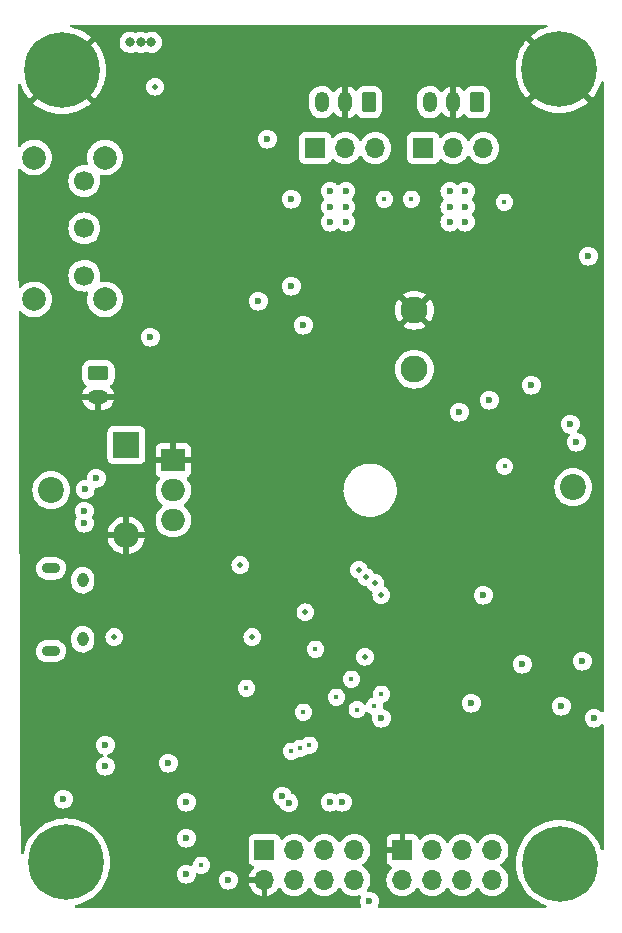
<source format=gbr>
%TF.GenerationSoftware,KiCad,Pcbnew,7.0.2-0*%
%TF.CreationDate,2023-07-08T17:29:12+12:00*%
%TF.ProjectId,RpiFly v3,52706946-6c79-4207-9633-2e6b69636164,rev?*%
%TF.SameCoordinates,PX753dac0PY7a91ee0*%
%TF.FileFunction,Copper,L2,Inr*%
%TF.FilePolarity,Positive*%
%FSLAX46Y46*%
G04 Gerber Fmt 4.6, Leading zero omitted, Abs format (unit mm)*
G04 Created by KiCad (PCBNEW 7.0.2-0) date 2023-07-08 17:29:12*
%MOMM*%
%LPD*%
G01*
G04 APERTURE LIST*
G04 Aperture macros list*
%AMRoundRect*
0 Rectangle with rounded corners*
0 $1 Rounding radius*
0 $2 $3 $4 $5 $6 $7 $8 $9 X,Y pos of 4 corners*
0 Add a 4 corners polygon primitive as box body*
4,1,4,$2,$3,$4,$5,$6,$7,$8,$9,$2,$3,0*
0 Add four circle primitives for the rounded corners*
1,1,$1+$1,$2,$3*
1,1,$1+$1,$4,$5*
1,1,$1+$1,$6,$7*
1,1,$1+$1,$8,$9*
0 Add four rect primitives between the rounded corners*
20,1,$1+$1,$2,$3,$4,$5,0*
20,1,$1+$1,$4,$5,$6,$7,0*
20,1,$1+$1,$6,$7,$8,$9,0*
20,1,$1+$1,$8,$9,$2,$3,0*%
G04 Aperture macros list end*
%TA.AperFunction,ComponentPad*%
%ADD10C,0.600000*%
%TD*%
%TA.AperFunction,ComponentPad*%
%ADD11C,2.200000*%
%TD*%
%TA.AperFunction,ComponentPad*%
%ADD12C,2.286000*%
%TD*%
%TA.AperFunction,ComponentPad*%
%ADD13C,0.800000*%
%TD*%
%TA.AperFunction,ComponentPad*%
%ADD14C,6.400000*%
%TD*%
%TA.AperFunction,ComponentPad*%
%ADD15R,1.700000X1.700000*%
%TD*%
%TA.AperFunction,ComponentPad*%
%ADD16O,1.700000X1.700000*%
%TD*%
%TA.AperFunction,ComponentPad*%
%ADD17RoundRect,0.250000X0.350000X0.625000X-0.350000X0.625000X-0.350000X-0.625000X0.350000X-0.625000X0*%
%TD*%
%TA.AperFunction,ComponentPad*%
%ADD18O,1.200000X1.750000*%
%TD*%
%TA.AperFunction,ComponentPad*%
%ADD19O,1.750000X1.200000*%
%TD*%
%TA.AperFunction,ComponentPad*%
%ADD20RoundRect,0.250000X-0.625000X0.350000X-0.625000X-0.350000X0.625000X-0.350000X0.625000X0.350000X0*%
%TD*%
%TA.AperFunction,ComponentPad*%
%ADD21C,2.000000*%
%TD*%
%TA.AperFunction,ComponentPad*%
%ADD22C,1.700000*%
%TD*%
%TA.AperFunction,ComponentPad*%
%ADD23O,1.550000X0.890000*%
%TD*%
%TA.AperFunction,ComponentPad*%
%ADD24O,0.950000X1.250000*%
%TD*%
%TA.AperFunction,ComponentPad*%
%ADD25R,2.000000X1.905000*%
%TD*%
%TA.AperFunction,ComponentPad*%
%ADD26O,2.000000X1.905000*%
%TD*%
%TA.AperFunction,ComponentPad*%
%ADD27R,2.200000X2.200000*%
%TD*%
%TA.AperFunction,ComponentPad*%
%ADD28O,2.200000X2.200000*%
%TD*%
%TA.AperFunction,ViaPad*%
%ADD29C,0.600000*%
%TD*%
%TA.AperFunction,ViaPad*%
%ADD30C,0.450000*%
%TD*%
%TA.AperFunction,ViaPad*%
%ADD31C,0.500000*%
%TD*%
%TA.AperFunction,ViaPad*%
%ADD32C,0.800000*%
%TD*%
G04 APERTURE END LIST*
D10*
%TO.N,N/C*%
%TO.C,U5*%
X27716000Y58263000D03*
X27716000Y59563000D03*
X27716000Y60863000D03*
X26416000Y58263000D03*
X26416000Y59563000D03*
X26416000Y60863000D03*
%TD*%
%TO.N,N/C*%
%TO.C,U6*%
X36546000Y60863000D03*
X37846000Y60863000D03*
X36546000Y59563000D03*
X37846000Y59563000D03*
X36546000Y58263000D03*
X37846000Y58263000D03*
%TD*%
D11*
%TO.N,N/C*%
%TO.C,H6*%
X2794000Y35560000D03*
%TD*%
%TO.N,N/C*%
%TO.C,H5*%
X46990000Y35814000D03*
%TD*%
D12*
%TO.N,GND*%
%TO.C,BZ1*%
X33528000Y50800000D03*
%TO.N,GPIO_11 (BUZZER)*%
X33528000Y45800000D03*
%TD*%
D13*
%TO.N,GND*%
%TO.C,H2*%
X43400944Y71200944D03*
X44103888Y72898000D03*
X44103888Y69503888D03*
X45800944Y73600944D03*
D14*
X45800944Y71200944D03*
D13*
X45800944Y68800944D03*
X47498000Y72898000D03*
X47498000Y69503888D03*
X48200944Y71200944D03*
%TD*%
D15*
%TO.N,+3V3*%
%TO.C,J4*%
X25146000Y64516000D03*
D16*
%TO.N,P_SWITCH_2_IN*%
X27686000Y64516000D03*
%TO.N,/Connectors/P_SWITCH_2_V+*%
X30226000Y64516000D03*
%TD*%
D17*
%TO.N,/Connectors/P_SWITCH_2_V+*%
%TO.C,J6*%
X29686000Y68416000D03*
D18*
%TO.N,GND*%
X27686000Y68416000D03*
%TO.N,P_SWITCH_2_OUT*%
X25686000Y68416000D03*
%TD*%
D17*
%TO.N,/Connectors/P_SWITCH_1_V+*%
%TO.C,J5*%
X38830000Y68416000D03*
D18*
%TO.N,GND*%
X36830000Y68416000D03*
%TO.N,P_SWITCH_1_OUT*%
X34830000Y68416000D03*
%TD*%
D19*
%TO.N,GND*%
%TO.C,J2*%
X6768000Y43450000D03*
D20*
%TO.N,VS*%
X6768000Y45450000D03*
%TD*%
D15*
%TO.N,+3V3*%
%TO.C,J3*%
X34290000Y64516000D03*
D16*
%TO.N,P_SWITCH_1_IN*%
X36830000Y64516000D03*
%TO.N,/Connectors/P_SWITCH_1_V+*%
X39370000Y64516000D03*
%TD*%
D21*
%TO.N,*%
%TO.C,S1*%
X7338000Y63722000D03*
X1338000Y63722000D03*
X7338000Y51722000D03*
X1338000Y51722000D03*
D22*
%TO.N,VSS*%
X5588000Y61722000D03*
%TO.N,Net-(D5-K)*%
X5588000Y57722000D03*
%TO.N,unconnected-(S1-Pad3)*%
X5588000Y53722000D03*
%TD*%
D23*
%TO.N,unconnected-(J1-Pad6)*%
%TO.C,J1*%
X2764000Y28940000D03*
D24*
X5464000Y27940000D03*
X5464000Y22940000D03*
D23*
X2764000Y21940000D03*
%TD*%
D25*
%TO.N,GND*%
%TO.C,U4*%
X13122000Y38100000D03*
D26*
%TO.N,Net-(U4-VO)*%
X13122000Y35560000D03*
%TO.N,Net-(U4-VI)*%
X13122000Y33020000D03*
%TD*%
D13*
%TO.N,N/C*%
%TO.C,H4*%
X43434000Y3950000D03*
X44136944Y5647056D03*
X44136944Y2252944D03*
X45834000Y6350000D03*
D14*
X45834000Y3950000D03*
D13*
X45834000Y1550000D03*
X47531056Y5647056D03*
X47531056Y2252944D03*
X48234000Y3950000D03*
%TD*%
D15*
%TO.N,Net-(J7-Pin_1)*%
%TO.C,J7*%
X20838000Y5100000D03*
D16*
%TO.N,GND*%
X20838000Y2560000D03*
%TO.N,GPIO_3 (CSN)*%
X23378000Y5100000D03*
%TO.N,GPIO_5 (CE)*%
X23378000Y2560000D03*
%TO.N,GPIO_7 (MOSI)*%
X25918000Y5100000D03*
%TO.N,GPIO_6 (SCK)*%
X25918000Y2560000D03*
%TO.N,GPIO_2 (IRQ)*%
X28458000Y5100000D03*
%TO.N,GPIO_4 (MISO)*%
X28458000Y2560000D03*
%TD*%
D13*
%TO.N,GND*%
%TO.C,H1*%
X6096000Y71120000D03*
X5393056Y72817056D03*
X5393056Y69422944D03*
X3696000Y73520000D03*
D14*
X3696000Y71120000D03*
D13*
X3696000Y68720000D03*
X1998944Y72817056D03*
X1998944Y69422944D03*
X1296000Y71120000D03*
%TD*%
D27*
%TO.N,VSS*%
%TO.C,D7*%
X9144000Y39370000D03*
D28*
%TO.N,GND*%
X9144000Y31750000D03*
%TD*%
D13*
%TO.N,N/C*%
%TO.C,H3*%
X1664000Y4064000D03*
X2366944Y5761056D03*
X2366944Y2366944D03*
X4064000Y6464000D03*
D14*
X4064000Y4064000D03*
D13*
X4064000Y1664000D03*
X5761056Y5761056D03*
X5761056Y2366944D03*
X6464000Y4064000D03*
%TD*%
D15*
%TO.N,GND*%
%TO.C,J8*%
X32522000Y5080000D03*
D16*
%TO.N,+3V3*%
X32522000Y2540000D03*
%TO.N,GPIO_ADC0 (OUT 5)*%
X35062000Y5080000D03*
%TO.N,+3.3VA*%
X35062000Y2540000D03*
%TO.N,GPIO_15 (OUT 4)*%
X37602000Y5080000D03*
%TO.N,GPIO_12 (OUT 1)*%
X37602000Y2540000D03*
%TO.N,GPIO_14 (OUT 3)*%
X40142000Y5080000D03*
%TO.N,GPIO_13 (OUT 2)*%
X40142000Y2540000D03*
%TD*%
D29*
%TO.N,GND*%
X10414000Y52832000D03*
X12446000Y18796000D03*
X33020000Y10922000D03*
D30*
X28194000Y14224000D03*
D29*
%TO.N,/RUN*%
X48260000Y55372000D03*
D30*
%TO.N,SWCLK*%
X28684000Y16974000D03*
%TO.N,GND*%
X40184000Y16644000D03*
%TO.N,SWD*%
X30141307Y17275784D03*
%TO.N,/RUN*%
X30734000Y18288000D03*
%TO.N,GPIO_3 (CSN)*%
X15494000Y3810000D03*
D29*
%TO.N,/QSPI_SS*%
X12700000Y12446000D03*
%TO.N,SWD*%
X7366000Y12192000D03*
%TO.N,SWCLK*%
X7366000Y13970000D03*
%TO.N,GND*%
X3810000Y15240000D03*
D30*
%TO.N,GPIO_10 (LED)*%
X24638000Y13970000D03*
%TO.N,GPIO_8 (LED)*%
X23114000Y13462000D03*
%TO.N,GPIO_9 (LED)*%
X23876000Y13716000D03*
%TO.N,GND*%
X19050000Y41656000D03*
%TO.N,+3V3*%
X19304000Y18796000D03*
%TO.N,+1V1*%
X24130000Y16764000D03*
X26924000Y18034000D03*
%TO.N,GPIO_ADC0 (OUT 5)*%
X28194000Y19558000D03*
%TO.N,GPIO_11 (BUZZER)*%
X25146000Y22098000D03*
%TO.N,GND*%
X38608000Y31750000D03*
X40132000Y34290000D03*
%TO.N,+3V3*%
X41164500Y37575500D03*
%TO.N,GPIO_22 (PSWITCH 1)*%
X41148000Y59944000D03*
%TO.N,GPIO_23 (PSENSE 1)*%
X33274000Y60198000D03*
%TO.N,GPIO_24 (PSWITCH 2)*%
X30988000Y60198000D03*
D29*
%TO.N,GPIO_25 (PSENSE 2)*%
X23114000Y60198000D03*
%TO.N,GND*%
X29718000Y56134000D03*
%TO.N,+3V3*%
X11176000Y48514000D03*
%TO.N,GND*%
X16764000Y41910000D03*
X1016000Y57658000D03*
X1778000Y44450000D03*
%TO.N,+3V3*%
X20320000Y51562000D03*
%TO.N,GPIO_25 (PSENSE 2)*%
X23114000Y52832000D03*
%TO.N,GND*%
X43688000Y60706000D03*
X39878000Y53848000D03*
X37084000Y55880000D03*
X41910000Y56388000D03*
X43688000Y50038000D03*
%TO.N,/QSPI_SS*%
X46736000Y41148000D03*
%TO.N,+3V3*%
X43434000Y44450000D03*
X39878000Y43180000D03*
%TO.N,GPIO_23 (PSENSE 1)*%
X37338000Y42164000D03*
%TO.N,GND*%
X46482000Y25146000D03*
X47244000Y28956000D03*
X34798000Y27940000D03*
X42418000Y27432000D03*
%TO.N,+3V3*%
X39370000Y26670000D03*
%TO.N,GND*%
X35814000Y23114000D03*
X38862000Y21590000D03*
X40894000Y24892000D03*
%TO.N,+3V3*%
X42672000Y20828000D03*
%TO.N,GND*%
X43942000Y21082000D03*
X46482000Y21082000D03*
%TO.N,+3V3*%
X47752000Y21082000D03*
X38354000Y17526000D03*
%TO.N,GND*%
X32258000Y19050000D03*
X31750000Y15494000D03*
%TO.N,+3V3*%
X30734000Y16256000D03*
%TO.N,GND*%
X41148000Y9144000D03*
X41148000Y12700000D03*
%TO.N,/RUN*%
X45974000Y17272000D03*
%TO.N,GND*%
X44196000Y17018000D03*
%TO.N,+3V3*%
X48768000Y16256000D03*
%TO.N,GND*%
X48768000Y12700000D03*
X48768000Y7366000D03*
%TO.N,+3.3VA*%
X29718000Y762000D03*
%TO.N,GND*%
X29210000Y8128000D03*
%TO.N,+3.3VA*%
X22900233Y9103767D03*
X22352000Y9652000D03*
%TO.N,+3V3*%
X27432000Y9144000D03*
X26416000Y9144000D03*
%TO.N,GND*%
X25146000Y11430000D03*
X20574000Y11684000D03*
X20066000Y7112000D03*
X17780000Y9398000D03*
%TO.N,+3.3VA*%
X17780000Y2540000D03*
%TO.N,GND*%
X10160000Y1016000D03*
%TO.N,GPIO_10 (LED)*%
X14224000Y3048000D03*
%TO.N,GPIO_9 (LED)*%
X14224000Y6096000D03*
%TO.N,GPIO_8 (LED)*%
X14224000Y9144000D03*
%TO.N,GND*%
X6858000Y9144000D03*
%TO.N,+3.3VA*%
X3810000Y9398000D03*
%TO.N,GND*%
X1270000Y15240000D03*
X31496000Y33274000D03*
X27940000Y33274000D03*
X47244000Y31496000D03*
%TO.N,+3V3*%
X47244000Y39624000D03*
%TO.N,GND*%
X36830000Y72898000D03*
X27686000Y72898000D03*
X3810000Y66040000D03*
X15240000Y74422000D03*
X12192000Y66294000D03*
X9906000Y65786000D03*
X13208000Y66294000D03*
%TO.N,Net-(D1-A)*%
X21082000Y65278000D03*
%TO.N,GND*%
X22352000Y56642000D03*
X26670000Y55880000D03*
X24130000Y45720000D03*
%TO.N,+3V3*%
X24130000Y49530000D03*
%TO.N,GND*%
X19558000Y49276000D03*
X29464000Y45720000D03*
X22352000Y33274000D03*
X26162000Y39116000D03*
X22352000Y39116000D03*
X18542000Y33274000D03*
X18542000Y37338000D03*
X1778000Y32258000D03*
X1778000Y38608000D03*
X13208000Y28956000D03*
%TO.N,+3.3VA*%
X5588000Y33782000D03*
X5588000Y32766000D03*
%TO.N,Net-(U4-VO)*%
X6604000Y36576000D03*
X5651000Y35623000D03*
%TO.N,GND*%
X41910000Y762000D03*
X7620000Y73914000D03*
X11430000Y45466000D03*
X8128000Y18796000D03*
D31*
X26060400Y19354800D03*
X16205200Y61036200D03*
X7620000Y24130000D03*
X24739600Y18034000D03*
X20828000Y27178000D03*
X18542000Y46482000D03*
X26416000Y28448000D03*
X22352000Y29210000D03*
X30480000Y25146000D03*
X21082000Y44450000D03*
X14732000Y14732000D03*
X24739600Y20828000D03*
X21082000Y46482000D03*
X16256000Y24424008D03*
X17526000Y29210000D03*
X16764000Y16002000D03*
X23368000Y19354800D03*
X27686000Y27178000D03*
X6858000Y24140000D03*
X18542000Y44450000D03*
%TO.N,+3V3*%
X19812000Y23114000D03*
X18796000Y29210000D03*
D32*
X9474200Y73482200D03*
X11252200Y73482200D03*
X10363200Y73482200D03*
D31*
X8128000Y23114000D03*
X29337353Y21462647D03*
X24307800Y25222200D03*
%TO.N,GPIO_25 (PSENSE 2)*%
X28829000Y28829000D03*
%TO.N,GPIO_23 (PSENSE 1)*%
X30226000Y27686000D03*
%TO.N,GPIO_22 (PSWITCH 1)*%
X30734000Y26670000D03*
%TO.N,GPIO_24 (PSWITCH 2)*%
X29464000Y28194000D03*
%TO.N,Net-(D1-A)*%
X11582400Y69723000D03*
%TD*%
%TA.AperFunction,Conductor*%
%TO.N,GND*%
G36*
X44747096Y74963815D02*
G01*
X44792851Y74911011D01*
X44802795Y74841853D01*
X44773770Y74778297D01*
X44714992Y74740523D01*
X44712150Y74739725D01*
X44659140Y74725522D01*
X44652988Y74723523D01*
X44296984Y74586865D01*
X44291060Y74584228D01*
X43951298Y74411111D01*
X43945677Y74407865D01*
X43625883Y74200188D01*
X43620634Y74196374D01*
X43365592Y73989848D01*
X44263250Y73092190D01*
X44201433Y73133495D01*
X44128512Y73148000D01*
X44079264Y73148000D01*
X44006343Y73133495D01*
X43923648Y73078240D01*
X43868393Y72995545D01*
X43848990Y72898000D01*
X43868393Y72800455D01*
X43909696Y72738640D01*
X43012040Y73636296D01*
X42805514Y73381254D01*
X42801700Y73376005D01*
X42594023Y73056211D01*
X42590777Y73050590D01*
X42417660Y72710828D01*
X42415023Y72704904D01*
X42278365Y72348900D01*
X42276366Y72342747D01*
X42177670Y71974407D01*
X42176322Y71968065D01*
X42116670Y71591436D01*
X42115993Y71584993D01*
X42096036Y71204188D01*
X42096036Y71197701D01*
X42115993Y70816896D01*
X42116670Y70810453D01*
X42176322Y70433824D01*
X42177670Y70427482D01*
X42276366Y70059142D01*
X42278365Y70052989D01*
X42415023Y69696985D01*
X42417660Y69691061D01*
X42590777Y69351299D01*
X42594023Y69345678D01*
X42801701Y69025883D01*
X42805525Y69020619D01*
X43012039Y68765594D01*
X43012040Y68765594D01*
X43909700Y69663255D01*
X43868393Y69601433D01*
X43848990Y69503888D01*
X43868393Y69406343D01*
X43923648Y69323648D01*
X44006343Y69268393D01*
X44079264Y69253888D01*
X44128512Y69253888D01*
X44201433Y69268393D01*
X44263248Y69309697D01*
X43365592Y68412041D01*
X43365593Y68412040D01*
X43620618Y68205526D01*
X43625882Y68201702D01*
X43945677Y67994024D01*
X43951298Y67990778D01*
X44291060Y67817661D01*
X44296984Y67815024D01*
X44652988Y67678366D01*
X44659141Y67676367D01*
X45027481Y67577671D01*
X45033823Y67576323D01*
X45410452Y67516671D01*
X45416895Y67515994D01*
X45797700Y67496036D01*
X45804188Y67496036D01*
X46184992Y67515994D01*
X46191435Y67516671D01*
X46568064Y67576323D01*
X46574406Y67577671D01*
X46942746Y67676367D01*
X46948899Y67678366D01*
X47304903Y67815024D01*
X47310827Y67817661D01*
X47650589Y67990778D01*
X47656210Y67994024D01*
X47976005Y68201702D01*
X47981259Y68205519D01*
X48236293Y68412042D01*
X47338635Y69309700D01*
X47400455Y69268393D01*
X47473376Y69253888D01*
X47522624Y69253888D01*
X47595545Y69268393D01*
X47678240Y69323648D01*
X47733495Y69406343D01*
X47752898Y69503888D01*
X47733495Y69601433D01*
X47692188Y69663253D01*
X48589846Y68765595D01*
X48796369Y69020629D01*
X48800186Y69025883D01*
X49007864Y69345678D01*
X49011110Y69351299D01*
X49184227Y69691061D01*
X49186864Y69696985D01*
X49323522Y70052989D01*
X49325521Y70059141D01*
X49339725Y70112150D01*
X49376090Y70171811D01*
X49438937Y70202340D01*
X49508312Y70194045D01*
X49562190Y70149560D01*
X49583465Y70083008D01*
X49583500Y70080057D01*
X49583500Y16871941D01*
X49563815Y16804902D01*
X49511011Y16759147D01*
X49441853Y16749203D01*
X49378297Y16778228D01*
X49371819Y16784260D01*
X49270264Y16885815D01*
X49129918Y16974000D01*
X49117522Y16981789D01*
X48947255Y17041368D01*
X48947253Y17041369D01*
X48947251Y17041369D01*
X48768000Y17061566D01*
X48588748Y17041369D01*
X48588745Y17041369D01*
X48588745Y17041368D01*
X48418478Y16981789D01*
X48418476Y16981789D01*
X48418476Y16981788D01*
X48265735Y16885815D01*
X48138185Y16758265D01*
X48065247Y16642184D01*
X48042211Y16605522D01*
X47982633Y16435259D01*
X47982631Y16435252D01*
X47962434Y16256000D01*
X47982631Y16076749D01*
X47982631Y16076747D01*
X47982632Y16076745D01*
X48042211Y15906478D01*
X48042212Y15906477D01*
X48138185Y15753736D01*
X48265735Y15626186D01*
X48265737Y15626185D01*
X48265738Y15626184D01*
X48418478Y15530211D01*
X48588745Y15470632D01*
X48768000Y15450435D01*
X48947255Y15470632D01*
X49117522Y15530211D01*
X49270262Y15626184D01*
X49371820Y15727743D01*
X49433141Y15761226D01*
X49502833Y15756242D01*
X49558767Y15714371D01*
X49583184Y15648907D01*
X49583500Y15640060D01*
X49583500Y5177242D01*
X49563815Y5110203D01*
X49511011Y5064448D01*
X49441853Y5054504D01*
X49378297Y5083529D01*
X49343736Y5132804D01*
X49275474Y5310632D01*
X49219214Y5457194D01*
X49043125Y5802789D01*
X48831876Y6128084D01*
X48587781Y6429516D01*
X48313516Y6703781D01*
X48012084Y6947876D01*
X47686789Y7159125D01*
X47683901Y7160597D01*
X47683895Y7160600D01*
X47344086Y7333741D01*
X47344077Y7333745D01*
X47341194Y7335214D01*
X47338162Y7336378D01*
X46982110Y7473054D01*
X46982102Y7473057D01*
X46979087Y7474214D01*
X46975962Y7475052D01*
X46975957Y7475053D01*
X46607566Y7573763D01*
X46607557Y7573765D01*
X46604433Y7574602D01*
X46601237Y7575109D01*
X46601224Y7575111D01*
X46224543Y7634771D01*
X46224531Y7634773D01*
X46221338Y7635278D01*
X46218103Y7635448D01*
X46218099Y7635448D01*
X45837244Y7655408D01*
X45834000Y7655578D01*
X45830756Y7655408D01*
X45449900Y7635448D01*
X45449894Y7635448D01*
X45446662Y7635278D01*
X45443470Y7634773D01*
X45443456Y7634771D01*
X45066775Y7575111D01*
X45066758Y7575108D01*
X45063567Y7574602D01*
X45060446Y7573766D01*
X45060433Y7573763D01*
X44692042Y7475053D01*
X44692031Y7475050D01*
X44688913Y7474214D01*
X44685902Y7473059D01*
X44685889Y7473054D01*
X44329837Y7336378D01*
X44329828Y7336375D01*
X44326806Y7335214D01*
X44323929Y7333749D01*
X44323913Y7333741D01*
X43984104Y7160600D01*
X43984090Y7160592D01*
X43981211Y7159125D01*
X43978491Y7157359D01*
X43978483Y7157354D01*
X43658644Y6949648D01*
X43658638Y6949645D01*
X43655916Y6947876D01*
X43653396Y6945836D01*
X43653390Y6945831D01*
X43357002Y6705821D01*
X43356991Y6705812D01*
X43354484Y6703781D01*
X43352199Y6701497D01*
X43352189Y6701487D01*
X43082513Y6431811D01*
X43082503Y6431801D01*
X43080219Y6429516D01*
X43078188Y6427009D01*
X43078179Y6426998D01*
X42838169Y6130610D01*
X42838164Y6130604D01*
X42836124Y6128084D01*
X42834355Y6125362D01*
X42834352Y6125356D01*
X42626646Y5805517D01*
X42626641Y5805509D01*
X42624875Y5802789D01*
X42623408Y5799910D01*
X42623400Y5799896D01*
X42450259Y5460087D01*
X42450251Y5460071D01*
X42448786Y5457194D01*
X42447625Y5454172D01*
X42447622Y5454163D01*
X42310946Y5098111D01*
X42310941Y5098098D01*
X42309786Y5095087D01*
X42308950Y5091969D01*
X42308947Y5091958D01*
X42210237Y4723567D01*
X42210234Y4723554D01*
X42209398Y4720433D01*
X42208892Y4717242D01*
X42208889Y4717225D01*
X42149229Y4340544D01*
X42149227Y4340530D01*
X42148722Y4337338D01*
X42148552Y4334106D01*
X42148552Y4334100D01*
X42137686Y4126773D01*
X42128422Y3950000D01*
X42128592Y3946757D01*
X42146343Y3608045D01*
X42148722Y3562662D01*
X42149227Y3559469D01*
X42149229Y3559457D01*
X42208889Y3182776D01*
X42208891Y3182763D01*
X42209398Y3179567D01*
X42210235Y3176443D01*
X42210237Y3176434D01*
X42308423Y2810000D01*
X42309786Y2804913D01*
X42310943Y2801898D01*
X42310946Y2801890D01*
X42431395Y2488111D01*
X42448786Y2442806D01*
X42450255Y2439923D01*
X42450259Y2439914D01*
X42623400Y2100105D01*
X42624875Y2097211D01*
X42836124Y1771916D01*
X42958919Y1620277D01*
X43017959Y1547368D01*
X43080219Y1470484D01*
X43354484Y1196219D01*
X43655916Y952124D01*
X43981211Y740875D01*
X43984104Y739401D01*
X44291551Y582749D01*
X44326806Y564786D01*
X44651197Y440264D01*
X44706729Y397862D01*
X44730522Y332168D01*
X44715021Y264040D01*
X44665147Y215107D01*
X44606759Y200500D01*
X30534956Y200500D01*
X30467917Y220185D01*
X30422162Y272989D01*
X30412218Y342147D01*
X30429961Y390471D01*
X30434605Y397862D01*
X30443789Y412478D01*
X30503368Y582745D01*
X30523565Y762000D01*
X30503368Y941255D01*
X30443789Y1111522D01*
X30347816Y1264262D01*
X30347815Y1264263D01*
X30347814Y1264265D01*
X30220264Y1391815D01*
X30157867Y1431022D01*
X30067522Y1487789D01*
X29897255Y1547368D01*
X29897253Y1547369D01*
X29897251Y1547369D01*
X29717999Y1567566D01*
X29658598Y1560873D01*
X29589776Y1572928D01*
X29538397Y1620277D01*
X29520773Y1687887D01*
X29542500Y1754293D01*
X29543005Y1755023D01*
X29632035Y1882170D01*
X29731903Y2096337D01*
X29793063Y2324592D01*
X29811909Y2540001D01*
X31166340Y2540001D01*
X31186936Y2304593D01*
X31231709Y2137499D01*
X31248097Y2076337D01*
X31347965Y1862170D01*
X31483505Y1668599D01*
X31650599Y1501505D01*
X31844170Y1365965D01*
X32058337Y1266097D01*
X32286592Y1204937D01*
X32522000Y1184341D01*
X32757408Y1204937D01*
X32985663Y1266097D01*
X33199830Y1365965D01*
X33393401Y1501505D01*
X33560495Y1668599D01*
X33690426Y1854161D01*
X33745002Y1897784D01*
X33814500Y1904978D01*
X33876855Y1873455D01*
X33893571Y1854163D01*
X34023505Y1668599D01*
X34190599Y1501505D01*
X34384170Y1365965D01*
X34598337Y1266097D01*
X34826592Y1204937D01*
X35062000Y1184341D01*
X35297408Y1204937D01*
X35525663Y1266097D01*
X35739830Y1365965D01*
X35933401Y1501505D01*
X36100495Y1668599D01*
X36230427Y1854162D01*
X36285001Y1897784D01*
X36354499Y1904978D01*
X36416854Y1873455D01*
X36433572Y1854162D01*
X36563505Y1668599D01*
X36730599Y1501505D01*
X36924170Y1365965D01*
X37138337Y1266097D01*
X37366592Y1204937D01*
X37602000Y1184341D01*
X37837408Y1204937D01*
X38065663Y1266097D01*
X38279830Y1365965D01*
X38473401Y1501505D01*
X38640495Y1668599D01*
X38770426Y1854161D01*
X38825002Y1897784D01*
X38894500Y1904978D01*
X38956855Y1873455D01*
X38973571Y1854163D01*
X39103505Y1668599D01*
X39270599Y1501505D01*
X39464170Y1365965D01*
X39678337Y1266097D01*
X39906592Y1204937D01*
X40142000Y1184341D01*
X40377408Y1204937D01*
X40605663Y1266097D01*
X40819830Y1365965D01*
X41013401Y1501505D01*
X41180495Y1668599D01*
X41316035Y1862170D01*
X41415903Y2076337D01*
X41477063Y2304592D01*
X41497659Y2540000D01*
X41477063Y2775408D01*
X41415903Y3003663D01*
X41316035Y3217829D01*
X41180495Y3411401D01*
X41013401Y3578495D01*
X40827839Y3708427D01*
X40784215Y3763003D01*
X40777023Y3832502D01*
X40808545Y3894856D01*
X40827831Y3911568D01*
X41013401Y4041505D01*
X41180495Y4208599D01*
X41316035Y4402170D01*
X41415903Y4616337D01*
X41477063Y4844592D01*
X41497659Y5080000D01*
X41477063Y5315408D01*
X41415903Y5543663D01*
X41316035Y5757829D01*
X41180495Y5951401D01*
X41013401Y6118495D01*
X40819830Y6254035D01*
X40605663Y6353903D01*
X40531021Y6373903D01*
X40377407Y6415064D01*
X40142000Y6435660D01*
X39906592Y6415064D01*
X39678336Y6353903D01*
X39464170Y6254035D01*
X39270598Y6118495D01*
X39103505Y5951402D01*
X38973575Y5765841D01*
X38918998Y5722216D01*
X38849500Y5715022D01*
X38787145Y5746545D01*
X38770425Y5765841D01*
X38640494Y5951402D01*
X38473404Y6118492D01*
X38473404Y6118493D01*
X38473401Y6118495D01*
X38279830Y6254035D01*
X38065663Y6353903D01*
X37991021Y6373903D01*
X37837407Y6415064D01*
X37602000Y6435660D01*
X37366592Y6415064D01*
X37138336Y6353903D01*
X36924170Y6254035D01*
X36730598Y6118495D01*
X36563505Y5951402D01*
X36433575Y5765841D01*
X36378998Y5722216D01*
X36309500Y5715022D01*
X36247145Y5746545D01*
X36230425Y5765841D01*
X36100494Y5951402D01*
X35933404Y6118492D01*
X35933404Y6118493D01*
X35933401Y6118495D01*
X35739830Y6254035D01*
X35525663Y6353903D01*
X35451021Y6373903D01*
X35297407Y6415064D01*
X35062000Y6435660D01*
X34826592Y6415064D01*
X34598336Y6353903D01*
X34384170Y6254035D01*
X34190601Y6118497D01*
X34068285Y5996181D01*
X34006962Y5962697D01*
X33937270Y5967681D01*
X33881337Y6009553D01*
X33864422Y6040529D01*
X33815352Y6172089D01*
X33729188Y6287189D01*
X33614089Y6373353D01*
X33479371Y6423600D01*
X33423132Y6429646D01*
X33416518Y6430000D01*
X32772000Y6430000D01*
X32772000Y5515502D01*
X32664315Y5564680D01*
X32557763Y5580000D01*
X32486237Y5580000D01*
X32379685Y5564680D01*
X32272000Y5515502D01*
X32272000Y6430000D01*
X31627482Y6430000D01*
X31620867Y6429646D01*
X31564628Y6423600D01*
X31429910Y6373353D01*
X31314811Y6287189D01*
X31228647Y6172090D01*
X31178400Y6037372D01*
X31172354Y5981133D01*
X31172000Y5974519D01*
X31172000Y5330000D01*
X32088314Y5330000D01*
X32062507Y5289844D01*
X32022000Y5151889D01*
X32022000Y5008111D01*
X32062507Y4870156D01*
X32088314Y4830000D01*
X31172000Y4830000D01*
X31172000Y4185482D01*
X31172354Y4178868D01*
X31178400Y4122629D01*
X31228647Y3987911D01*
X31314811Y3872812D01*
X31429911Y3786648D01*
X31561471Y3737578D01*
X31617404Y3695706D01*
X31641821Y3630242D01*
X31626969Y3561969D01*
X31605819Y3533715D01*
X31483503Y3411399D01*
X31347965Y3217830D01*
X31248097Y3003664D01*
X31186936Y2775408D01*
X31166340Y2540001D01*
X29811909Y2540001D01*
X29813659Y2560000D01*
X29801543Y2698478D01*
X29793063Y2795408D01*
X29790516Y2804913D01*
X29731903Y3023663D01*
X29632035Y3237829D01*
X29496495Y3431401D01*
X29329401Y3598495D01*
X29143839Y3728427D01*
X29100215Y3783003D01*
X29093023Y3852502D01*
X29124545Y3914856D01*
X29143831Y3931568D01*
X29329401Y4061505D01*
X29496495Y4228599D01*
X29632035Y4422170D01*
X29731903Y4636337D01*
X29793063Y4864592D01*
X29813659Y5100000D01*
X29793063Y5335408D01*
X29731903Y5563663D01*
X29632035Y5777829D01*
X29496495Y5971401D01*
X29329401Y6138495D01*
X29135830Y6274035D01*
X28921663Y6373903D01*
X28860502Y6390291D01*
X28693407Y6435064D01*
X28458000Y6455660D01*
X28222592Y6435064D01*
X27994336Y6373903D01*
X27780170Y6274035D01*
X27586598Y6138495D01*
X27419508Y5971405D01*
X27419507Y5971403D01*
X27419505Y5971401D01*
X27405502Y5951402D01*
X27289574Y5785840D01*
X27234997Y5742215D01*
X27165498Y5735023D01*
X27103144Y5766545D01*
X27086429Y5785836D01*
X26956495Y5971401D01*
X26789401Y6138495D01*
X26595830Y6274035D01*
X26381663Y6373903D01*
X26320501Y6390291D01*
X26153407Y6435064D01*
X25917999Y6455660D01*
X25682592Y6435064D01*
X25454336Y6373903D01*
X25240170Y6274035D01*
X25046598Y6138495D01*
X24879505Y5971402D01*
X24749575Y5785841D01*
X24694998Y5742216D01*
X24625500Y5735022D01*
X24563145Y5766545D01*
X24546425Y5785841D01*
X24454765Y5916745D01*
X24416495Y5971401D01*
X24249401Y6138495D01*
X24055830Y6274035D01*
X23841663Y6373903D01*
X23780501Y6390291D01*
X23613407Y6435064D01*
X23378000Y6455660D01*
X23142592Y6435064D01*
X22914336Y6373903D01*
X22700170Y6274035D01*
X22506601Y6138497D01*
X22384673Y6016569D01*
X22323350Y5983085D01*
X22253658Y5988069D01*
X22197725Y6029941D01*
X22180810Y6060918D01*
X22156776Y6125356D01*
X22131796Y6192331D01*
X22045546Y6307546D01*
X21930331Y6393796D01*
X21795483Y6444091D01*
X21735873Y6450500D01*
X21732550Y6450500D01*
X19943439Y6450500D01*
X19943420Y6450500D01*
X19940128Y6450499D01*
X19936848Y6450147D01*
X19936840Y6450146D01*
X19880515Y6444091D01*
X19745669Y6393796D01*
X19630454Y6307546D01*
X19544204Y6192332D01*
X19516664Y6118492D01*
X19493909Y6057483D01*
X19487500Y5997873D01*
X19487500Y5994552D01*
X19487500Y5994551D01*
X19487500Y4205440D01*
X19487500Y4205422D01*
X19487501Y4202128D01*
X19487853Y4198848D01*
X19487854Y4198841D01*
X19493909Y4142516D01*
X19508319Y4103882D01*
X19544204Y4007669D01*
X19630454Y3892454D01*
X19745669Y3806204D01*
X19877598Y3756998D01*
X19933532Y3715127D01*
X19957949Y3649663D01*
X19943097Y3581390D01*
X19921947Y3553135D01*
X19799888Y3431076D01*
X19664400Y3237579D01*
X19564569Y3023493D01*
X19507364Y2810001D01*
X19507364Y2810000D01*
X20404314Y2810000D01*
X20378507Y2769844D01*
X20338000Y2631889D01*
X20338000Y2488111D01*
X20378507Y2350156D01*
X20404314Y2310000D01*
X19507364Y2310000D01*
X19564569Y2096508D01*
X19664399Y1882424D01*
X19799893Y1688919D01*
X19966918Y1521894D01*
X20160423Y1386400D01*
X20374509Y1286570D01*
X20588000Y1229366D01*
X20588000Y2124499D01*
X20695685Y2075320D01*
X20802237Y2060000D01*
X20873763Y2060000D01*
X20980315Y2075320D01*
X21088000Y2124499D01*
X21088000Y1229367D01*
X21301490Y1286570D01*
X21515576Y1386400D01*
X21709081Y1521894D01*
X21876109Y1688922D01*
X22006119Y1874595D01*
X22060696Y1918220D01*
X22130194Y1925414D01*
X22192549Y1893891D01*
X22209265Y1874600D01*
X22339505Y1688599D01*
X22506599Y1521505D01*
X22700170Y1385965D01*
X22914337Y1286097D01*
X23142592Y1224937D01*
X23378000Y1204341D01*
X23613408Y1224937D01*
X23841663Y1286097D01*
X24055830Y1385965D01*
X24249401Y1521505D01*
X24416495Y1688599D01*
X24546426Y1874161D01*
X24601002Y1917784D01*
X24670500Y1924978D01*
X24732855Y1893455D01*
X24749571Y1874163D01*
X24879505Y1688599D01*
X25046599Y1521505D01*
X25240170Y1385965D01*
X25454337Y1286097D01*
X25666059Y1229367D01*
X25682592Y1224937D01*
X25917999Y1204341D01*
X25917999Y1204342D01*
X25918000Y1204341D01*
X26153408Y1224937D01*
X26381663Y1286097D01*
X26595830Y1385965D01*
X26789401Y1521505D01*
X26956495Y1688599D01*
X27086426Y1874161D01*
X27141002Y1917784D01*
X27210500Y1924978D01*
X27272855Y1893455D01*
X27289571Y1874163D01*
X27419505Y1688599D01*
X27586599Y1521505D01*
X27780170Y1385965D01*
X27994337Y1286097D01*
X28222592Y1224937D01*
X28458000Y1204341D01*
X28693408Y1224937D01*
X28840292Y1264294D01*
X28910141Y1262631D01*
X28968004Y1223469D01*
X28995508Y1159240D01*
X28989427Y1103567D01*
X28976326Y1066124D01*
X28932631Y941252D01*
X28912434Y762000D01*
X28932631Y582749D01*
X28932631Y582747D01*
X28932632Y582745D01*
X28981085Y444275D01*
X28992211Y412478D01*
X29006039Y390471D01*
X29025038Y323234D01*
X29004669Y256399D01*
X28951401Y211185D01*
X28901044Y200500D01*
X4884727Y200500D01*
X4817688Y220185D01*
X4771933Y272989D01*
X4761989Y342147D01*
X4791014Y405703D01*
X4849792Y443477D01*
X4852634Y444275D01*
X5209087Y539786D01*
X5571194Y678786D01*
X5916789Y854875D01*
X6242084Y1066124D01*
X6543516Y1310219D01*
X6817781Y1584484D01*
X7061876Y1885916D01*
X7273125Y2211211D01*
X7449214Y2556806D01*
X7588214Y2918913D01*
X7622803Y3048001D01*
X13418434Y3048001D01*
X13438631Y2868749D01*
X13438631Y2868747D01*
X13438632Y2868745D01*
X13498211Y2698478D01*
X13540052Y2631889D01*
X13594185Y2545736D01*
X13721735Y2418186D01*
X13721737Y2418185D01*
X13721738Y2418184D01*
X13874478Y2322211D01*
X14044745Y2262632D01*
X14179186Y2247485D01*
X14223999Y2242435D01*
X14223999Y2242436D01*
X14224000Y2242435D01*
X14403255Y2262632D01*
X14573522Y2322211D01*
X14726262Y2418184D01*
X14848078Y2540000D01*
X16974434Y2540000D01*
X16994631Y2360749D01*
X16994631Y2360747D01*
X16994632Y2360745D01*
X17054211Y2190478D01*
X17054212Y2190477D01*
X17150185Y2037736D01*
X17277735Y1910186D01*
X17277737Y1910185D01*
X17277738Y1910184D01*
X17430478Y1814211D01*
X17600745Y1754632D01*
X17735186Y1739485D01*
X17779999Y1734435D01*
X17779999Y1734436D01*
X17780000Y1734435D01*
X17959255Y1754632D01*
X18129522Y1814211D01*
X18282262Y1910184D01*
X18409816Y2037738D01*
X18505789Y2190478D01*
X18565368Y2360745D01*
X18585565Y2540000D01*
X18565368Y2719255D01*
X18505789Y2889522D01*
X18409816Y3042262D01*
X18409815Y3042263D01*
X18409814Y3042265D01*
X18282264Y3169815D01*
X18171851Y3239192D01*
X18129522Y3265789D01*
X17959255Y3325368D01*
X17959253Y3325369D01*
X17959251Y3325369D01*
X17779999Y3345566D01*
X17600748Y3325369D01*
X17600745Y3325369D01*
X17600745Y3325368D01*
X17430478Y3265789D01*
X17430476Y3265789D01*
X17430476Y3265788D01*
X17277735Y3169815D01*
X17150185Y3042265D01*
X17070779Y2915890D01*
X17054211Y2889522D01*
X17026385Y2810000D01*
X16994631Y2719252D01*
X16974434Y2540000D01*
X14848078Y2540000D01*
X14853816Y2545738D01*
X14949789Y2698478D01*
X15009368Y2868745D01*
X15022461Y2984952D01*
X15029053Y3043453D01*
X15056119Y3107867D01*
X15113714Y3147423D01*
X15183551Y3149560D01*
X15193228Y3146611D01*
X15331538Y3098214D01*
X15494000Y3079909D01*
X15656461Y3098214D01*
X15810775Y3152211D01*
X15949204Y3239192D01*
X16064808Y3354796D01*
X16151789Y3493225D01*
X16205786Y3647539D01*
X16224091Y3810000D01*
X16219303Y3852500D01*
X16205786Y3972462D01*
X16151790Y4126773D01*
X16141898Y4142516D01*
X16064808Y4265204D01*
X15949204Y4380808D01*
X15810775Y4467789D01*
X15810772Y4467791D01*
X15656461Y4521787D01*
X15493999Y4540092D01*
X15331538Y4521787D01*
X15177227Y4467791D01*
X15038794Y4380807D01*
X14923193Y4265206D01*
X14836209Y4126773D01*
X14782213Y3972462D01*
X14769606Y3860569D01*
X14742539Y3796155D01*
X14684944Y3756600D01*
X14615107Y3754463D01*
X14580417Y3769457D01*
X14573524Y3773788D01*
X14573523Y3773789D01*
X14573522Y3773789D01*
X14403255Y3833368D01*
X14403253Y3833369D01*
X14403251Y3833369D01*
X14223999Y3853566D01*
X14044748Y3833369D01*
X14044745Y3833369D01*
X14044745Y3833368D01*
X13874478Y3773789D01*
X13874476Y3773789D01*
X13874476Y3773788D01*
X13721735Y3677815D01*
X13594185Y3550265D01*
X13498212Y3397524D01*
X13498211Y3397522D01*
X13460739Y3290434D01*
X13438631Y3227252D01*
X13418434Y3048001D01*
X7622803Y3048001D01*
X7688602Y3293567D01*
X7749278Y3676662D01*
X7769578Y4064000D01*
X7749278Y4451338D01*
X7688602Y4834433D01*
X7588214Y5209087D01*
X7449214Y5571194D01*
X7273125Y5916789D01*
X7156744Y6096000D01*
X13418434Y6096000D01*
X13438631Y5916749D01*
X13438631Y5916747D01*
X13438632Y5916745D01*
X13498211Y5746478D01*
X13513456Y5722216D01*
X13594185Y5593736D01*
X13721735Y5466186D01*
X13721737Y5466185D01*
X13721738Y5466184D01*
X13874478Y5370211D01*
X14044745Y5310632D01*
X14179186Y5295485D01*
X14223999Y5290435D01*
X14223999Y5290436D01*
X14224000Y5290435D01*
X14403255Y5310632D01*
X14573522Y5370211D01*
X14726262Y5466184D01*
X14853816Y5593738D01*
X14949789Y5746478D01*
X15009368Y5916745D01*
X15029565Y6096000D01*
X15009368Y6275255D01*
X14949789Y6445522D01*
X14853816Y6598262D01*
X14853815Y6598263D01*
X14853814Y6598265D01*
X14726264Y6725815D01*
X14663867Y6765021D01*
X14573522Y6821789D01*
X14403255Y6881368D01*
X14403253Y6881369D01*
X14403251Y6881369D01*
X14224000Y6901566D01*
X14044748Y6881369D01*
X14044745Y6881369D01*
X14044745Y6881368D01*
X13874478Y6821789D01*
X13874476Y6821789D01*
X13874476Y6821788D01*
X13721735Y6725815D01*
X13594185Y6598265D01*
X13501339Y6450500D01*
X13498211Y6445522D01*
X13472958Y6373353D01*
X13438631Y6275252D01*
X13418434Y6096000D01*
X7156744Y6096000D01*
X7061876Y6242084D01*
X6817781Y6543516D01*
X6543516Y6817781D01*
X6242084Y7061876D01*
X5916789Y7273125D01*
X5913901Y7274597D01*
X5913895Y7274600D01*
X5574086Y7447741D01*
X5574077Y7447745D01*
X5571194Y7449214D01*
X5506067Y7474214D01*
X5212110Y7587054D01*
X5212102Y7587057D01*
X5209087Y7588214D01*
X5205962Y7589052D01*
X5205957Y7589053D01*
X4837566Y7687763D01*
X4837557Y7687765D01*
X4834433Y7688602D01*
X4831237Y7689109D01*
X4831224Y7689111D01*
X4454543Y7748771D01*
X4454531Y7748773D01*
X4451338Y7749278D01*
X4448103Y7749448D01*
X4448099Y7749448D01*
X4067244Y7769408D01*
X4064000Y7769578D01*
X4060756Y7769408D01*
X3679900Y7749448D01*
X3679894Y7749448D01*
X3676662Y7749278D01*
X3673470Y7748773D01*
X3673456Y7748771D01*
X3296775Y7689111D01*
X3296758Y7689108D01*
X3293567Y7688602D01*
X3290446Y7687766D01*
X3290433Y7687763D01*
X2922042Y7589053D01*
X2922031Y7589050D01*
X2918913Y7588214D01*
X2915902Y7587059D01*
X2915889Y7587054D01*
X2559837Y7450378D01*
X2559828Y7450375D01*
X2556806Y7449214D01*
X2553929Y7447749D01*
X2553913Y7447741D01*
X2214104Y7274600D01*
X2214090Y7274592D01*
X2211211Y7273125D01*
X2208491Y7271359D01*
X2208483Y7271354D01*
X1888644Y7063648D01*
X1888638Y7063645D01*
X1885916Y7061876D01*
X1883396Y7059836D01*
X1883390Y7059831D01*
X1587002Y6819821D01*
X1586991Y6819812D01*
X1584484Y6817781D01*
X1582199Y6815497D01*
X1582189Y6815487D01*
X1312513Y6545811D01*
X1312503Y6545801D01*
X1310219Y6543516D01*
X1308188Y6541009D01*
X1308179Y6540998D01*
X1068169Y6244610D01*
X1068164Y6244604D01*
X1066124Y6242084D01*
X1064355Y6239362D01*
X1064352Y6239356D01*
X856646Y5919517D01*
X856641Y5919509D01*
X854875Y5916789D01*
X853408Y5913910D01*
X853400Y5913896D01*
X680259Y5574087D01*
X680251Y5574071D01*
X678786Y5571194D01*
X677625Y5568172D01*
X677622Y5568163D01*
X540946Y5212111D01*
X540941Y5212098D01*
X539786Y5209087D01*
X538949Y5205963D01*
X441210Y4841198D01*
X404845Y4781538D01*
X341998Y4751009D01*
X272622Y4759304D01*
X218744Y4803789D01*
X197470Y4870341D01*
X197437Y4872749D01*
X180296Y9398001D01*
X3004434Y9398001D01*
X3024631Y9218749D01*
X3024631Y9218747D01*
X3024632Y9218745D01*
X3084211Y9048478D01*
X3100733Y9022184D01*
X3180185Y8895736D01*
X3307735Y8768186D01*
X3307737Y8768185D01*
X3307738Y8768184D01*
X3460478Y8672211D01*
X3630745Y8612632D01*
X3810000Y8592435D01*
X3989255Y8612632D01*
X4159522Y8672211D01*
X4312262Y8768184D01*
X4439816Y8895738D01*
X4535789Y9048478D01*
X4569214Y9144001D01*
X13418434Y9144001D01*
X13438631Y8964749D01*
X13438631Y8964747D01*
X13438632Y8964745D01*
X13498211Y8794478D01*
X13514733Y8768184D01*
X13594185Y8641736D01*
X13721735Y8514186D01*
X13721737Y8514185D01*
X13721738Y8514184D01*
X13874478Y8418211D01*
X14044745Y8358632D01*
X14224000Y8338435D01*
X14403255Y8358632D01*
X14573522Y8418211D01*
X14726262Y8514184D01*
X14853816Y8641738D01*
X14949789Y8794478D01*
X15009368Y8964745D01*
X15029565Y9144000D01*
X15028918Y9149738D01*
X15009368Y9323252D01*
X15009368Y9323255D01*
X14949789Y9493522D01*
X14853816Y9646262D01*
X14853815Y9646263D01*
X14853814Y9646265D01*
X14848078Y9652001D01*
X21546434Y9652001D01*
X21566631Y9472749D01*
X21566631Y9472747D01*
X21566632Y9472745D01*
X21626211Y9302478D01*
X21626212Y9302477D01*
X21722185Y9149736D01*
X21849735Y9022186D01*
X21849737Y9022185D01*
X21849738Y9022184D01*
X22002478Y8926211D01*
X22073503Y8901359D01*
X22130279Y8860637D01*
X22149589Y8825273D01*
X22174443Y8754247D01*
X22270418Y8601503D01*
X22397968Y8473953D01*
X22397970Y8473952D01*
X22397971Y8473951D01*
X22550711Y8377978D01*
X22720978Y8318399D01*
X22855419Y8303252D01*
X22900232Y8298202D01*
X22900232Y8298203D01*
X22900233Y8298202D01*
X23079488Y8318399D01*
X23249755Y8377978D01*
X23402495Y8473951D01*
X23530049Y8601505D01*
X23626022Y8754245D01*
X23685601Y8924512D01*
X23705798Y9103767D01*
X23701265Y9144001D01*
X25610434Y9144001D01*
X25630631Y8964749D01*
X25630631Y8964747D01*
X25630632Y8964745D01*
X25690211Y8794478D01*
X25706733Y8768184D01*
X25786185Y8641736D01*
X25913735Y8514186D01*
X25913737Y8514185D01*
X25913738Y8514184D01*
X26066478Y8418211D01*
X26236745Y8358632D01*
X26416000Y8338435D01*
X26595255Y8358632D01*
X26765522Y8418211D01*
X26858029Y8476338D01*
X26925264Y8495337D01*
X26989970Y8476338D01*
X27082478Y8418211D01*
X27252745Y8358632D01*
X27432000Y8338435D01*
X27611255Y8358632D01*
X27781522Y8418211D01*
X27934262Y8514184D01*
X28061816Y8641738D01*
X28157789Y8794478D01*
X28217368Y8964745D01*
X28237565Y9144000D01*
X28217368Y9323255D01*
X28157789Y9493522D01*
X28061816Y9646262D01*
X28061815Y9646263D01*
X28061814Y9646265D01*
X27934264Y9773815D01*
X27842848Y9831255D01*
X27781522Y9869789D01*
X27611255Y9929368D01*
X27611253Y9929369D01*
X27611251Y9929369D01*
X27432000Y9949566D01*
X27252748Y9929369D01*
X27252745Y9929369D01*
X27252745Y9929368D01*
X27082478Y9869789D01*
X27082476Y9869789D01*
X27082476Y9869788D01*
X26989972Y9811664D01*
X26922735Y9792664D01*
X26858028Y9811664D01*
X26789996Y9854411D01*
X26765522Y9869789D01*
X26595255Y9929368D01*
X26595253Y9929369D01*
X26595251Y9929369D01*
X26416000Y9949566D01*
X26236748Y9929369D01*
X26236745Y9929369D01*
X26236745Y9929368D01*
X26066478Y9869789D01*
X26066476Y9869789D01*
X26066476Y9869788D01*
X25913735Y9773815D01*
X25786185Y9646265D01*
X25690212Y9493524D01*
X25690211Y9493522D01*
X25630632Y9323255D01*
X25630631Y9323252D01*
X25610434Y9144001D01*
X23701265Y9144001D01*
X23685601Y9283022D01*
X23626022Y9453289D01*
X23530049Y9606029D01*
X23530048Y9606030D01*
X23530047Y9606032D01*
X23402497Y9733582D01*
X23249753Y9829557D01*
X23178727Y9854411D01*
X23121951Y9895133D01*
X23102641Y9930497D01*
X23095969Y9949565D01*
X23077789Y10001522D01*
X22981816Y10154262D01*
X22981815Y10154263D01*
X22981814Y10154265D01*
X22854264Y10281815D01*
X22791867Y10321021D01*
X22701522Y10377789D01*
X22531255Y10437368D01*
X22531253Y10437369D01*
X22531251Y10437369D01*
X22351999Y10457566D01*
X22172748Y10437369D01*
X22172745Y10437369D01*
X22172745Y10437368D01*
X22002478Y10377789D01*
X22002476Y10377789D01*
X22002476Y10377788D01*
X21849735Y10281815D01*
X21722185Y10154265D01*
X21642732Y10027815D01*
X21626211Y10001522D01*
X21601358Y9930497D01*
X21566631Y9831252D01*
X21546434Y9652001D01*
X14848078Y9652001D01*
X14726264Y9773815D01*
X14634848Y9831255D01*
X14573522Y9869789D01*
X14403255Y9929368D01*
X14403253Y9929369D01*
X14403251Y9929369D01*
X14224000Y9949566D01*
X14044748Y9929369D01*
X14044745Y9929369D01*
X14044745Y9929368D01*
X13874478Y9869789D01*
X13874476Y9869789D01*
X13874476Y9869788D01*
X13721735Y9773815D01*
X13594185Y9646265D01*
X13498212Y9493524D01*
X13498211Y9493522D01*
X13438632Y9323255D01*
X13438631Y9323252D01*
X13418434Y9144001D01*
X4569214Y9144001D01*
X4595368Y9218745D01*
X4615565Y9398000D01*
X4595368Y9577255D01*
X4535789Y9747522D01*
X4439816Y9900262D01*
X4439815Y9900263D01*
X4439814Y9900265D01*
X4312264Y10027815D01*
X4249867Y10067021D01*
X4159522Y10123789D01*
X3989255Y10183368D01*
X3989253Y10183369D01*
X3989251Y10183369D01*
X3809999Y10203566D01*
X3630748Y10183369D01*
X3630745Y10183369D01*
X3630745Y10183368D01*
X3460478Y10123789D01*
X3460476Y10123789D01*
X3460476Y10123788D01*
X3307735Y10027815D01*
X3180185Y9900265D01*
X3100732Y9773815D01*
X3084211Y9747522D01*
X3024632Y9577255D01*
X3024631Y9577252D01*
X3004434Y9398001D01*
X180296Y9398001D01*
X169712Y12192001D01*
X6560434Y12192001D01*
X6580631Y12012749D01*
X6580631Y12012747D01*
X6580632Y12012745D01*
X6640211Y11842478D01*
X6656733Y11816184D01*
X6736185Y11689736D01*
X6863735Y11562186D01*
X6863737Y11562185D01*
X6863738Y11562184D01*
X7016478Y11466211D01*
X7186745Y11406632D01*
X7321186Y11391485D01*
X7365999Y11386435D01*
X7365999Y11386436D01*
X7366000Y11386435D01*
X7545255Y11406632D01*
X7715522Y11466211D01*
X7868262Y11562184D01*
X7995816Y11689738D01*
X8091789Y11842478D01*
X8151368Y12012745D01*
X8171565Y12192000D01*
X8151368Y12371255D01*
X8125214Y12446000D01*
X11894434Y12446000D01*
X11914631Y12266749D01*
X11914631Y12266747D01*
X11914632Y12266745D01*
X11974211Y12096478D01*
X11974212Y12096477D01*
X12070185Y11943736D01*
X12197735Y11816186D01*
X12197737Y11816185D01*
X12197738Y11816184D01*
X12350478Y11720211D01*
X12520745Y11660632D01*
X12655186Y11645485D01*
X12699999Y11640435D01*
X12699999Y11640436D01*
X12700000Y11640435D01*
X12879255Y11660632D01*
X13049522Y11720211D01*
X13202262Y11816184D01*
X13329816Y11943738D01*
X13425789Y12096478D01*
X13485368Y12266745D01*
X13505565Y12446000D01*
X13485368Y12625255D01*
X13425789Y12795522D01*
X13329816Y12948262D01*
X13329815Y12948263D01*
X13329814Y12948265D01*
X13202264Y13075815D01*
X13091851Y13145192D01*
X13049522Y13171789D01*
X12879255Y13231368D01*
X12879253Y13231369D01*
X12879251Y13231369D01*
X12699999Y13251566D01*
X12520748Y13231369D01*
X12520745Y13231369D01*
X12520745Y13231368D01*
X12350478Y13171789D01*
X12350476Y13171789D01*
X12350476Y13171788D01*
X12197735Y13075815D01*
X12070185Y12948265D01*
X11974212Y12795524D01*
X11914631Y12625252D01*
X11894434Y12446000D01*
X8125214Y12446000D01*
X8091789Y12541522D01*
X7995816Y12694262D01*
X7995815Y12694263D01*
X7995814Y12694265D01*
X7868264Y12821815D01*
X7715522Y12917789D01*
X7715521Y12917790D01*
X7583575Y12963960D01*
X7526800Y13004680D01*
X7501053Y13069633D01*
X7514509Y13138194D01*
X7562896Y13188597D01*
X7583571Y13198040D01*
X7715522Y13244211D01*
X7868262Y13340184D01*
X7990078Y13462000D01*
X22383908Y13462000D01*
X22402213Y13299539D01*
X22456209Y13145228D01*
X22456211Y13145225D01*
X22543192Y13006796D01*
X22658796Y12891192D01*
X22797225Y12804211D01*
X22797227Y12804210D01*
X22951538Y12750214D01*
X23114000Y12731909D01*
X23276461Y12750214D01*
X23430775Y12804211D01*
X23569204Y12891192D01*
X23643171Y12965160D01*
X23704495Y12998645D01*
X23744735Y13000699D01*
X23876000Y12985909D01*
X24038461Y13004214D01*
X24192772Y13058210D01*
X24192771Y13058210D01*
X24192775Y13058211D01*
X24331204Y13145192D01*
X24405172Y13219160D01*
X24466495Y13252645D01*
X24506735Y13254699D01*
X24638000Y13239909D01*
X24800461Y13258214D01*
X24954772Y13312210D01*
X24954771Y13312210D01*
X24954775Y13312211D01*
X25093204Y13399192D01*
X25208808Y13514796D01*
X25295789Y13653225D01*
X25349786Y13807539D01*
X25368091Y13970000D01*
X25349786Y14132461D01*
X25336229Y14171204D01*
X25295790Y14286773D01*
X25295768Y14286808D01*
X25208808Y14425204D01*
X25093204Y14540808D01*
X24954775Y14627789D01*
X24954772Y14627791D01*
X24800461Y14681787D01*
X24638000Y14700092D01*
X24475538Y14681787D01*
X24321227Y14627791D01*
X24182796Y14540808D01*
X24108828Y14466840D01*
X24047504Y14433356D01*
X24007264Y14431302D01*
X23876000Y14446092D01*
X23713538Y14427787D01*
X23559227Y14373791D01*
X23420796Y14286808D01*
X23346828Y14212840D01*
X23285504Y14179356D01*
X23245264Y14177302D01*
X23114000Y14192092D01*
X22951538Y14173787D01*
X22797227Y14119791D01*
X22658794Y14032807D01*
X22543193Y13917206D01*
X22456209Y13778773D01*
X22402213Y13624462D01*
X22383908Y13462000D01*
X7990078Y13462000D01*
X7995816Y13467738D01*
X8091789Y13620478D01*
X8151368Y13790745D01*
X8171565Y13970000D01*
X8151368Y14149255D01*
X8091789Y14319522D01*
X7995816Y14472262D01*
X7995815Y14472263D01*
X7995814Y14472265D01*
X7868264Y14599815D01*
X7805867Y14639022D01*
X7715522Y14695789D01*
X7545255Y14755368D01*
X7545253Y14755369D01*
X7545251Y14755369D01*
X7366000Y14775566D01*
X7186748Y14755369D01*
X7186745Y14755369D01*
X7186745Y14755368D01*
X7016478Y14695789D01*
X7016476Y14695789D01*
X7016476Y14695788D01*
X6863735Y14599815D01*
X6736185Y14472265D01*
X6674309Y14373789D01*
X6640211Y14319522D01*
X6628752Y14286773D01*
X6580631Y14149252D01*
X6560434Y13970001D01*
X6580631Y13790749D01*
X6580631Y13790747D01*
X6580632Y13790745D01*
X6640211Y13620478D01*
X6640212Y13620477D01*
X6736185Y13467736D01*
X6863735Y13340186D01*
X6863737Y13340185D01*
X6863738Y13340184D01*
X7016478Y13244211D01*
X7148424Y13198041D01*
X7205199Y13157320D01*
X7230946Y13092367D01*
X7217490Y13023805D01*
X7169102Y12973403D01*
X7148428Y12963961D01*
X7016478Y12917789D01*
X7016476Y12917789D01*
X7016476Y12917788D01*
X6863735Y12821815D01*
X6736185Y12694265D01*
X6640212Y12541524D01*
X6640211Y12541522D01*
X6580632Y12371255D01*
X6580631Y12371252D01*
X6560434Y12192001D01*
X169712Y12192001D01*
X152394Y16764000D01*
X23399908Y16764000D01*
X23418213Y16601539D01*
X23472209Y16447228D01*
X23472211Y16447225D01*
X23559192Y16308796D01*
X23674796Y16193192D01*
X23813225Y16106211D01*
X23813227Y16106210D01*
X23967538Y16052214D01*
X24129999Y16033909D01*
X24129999Y16033910D01*
X24130000Y16033909D01*
X24292461Y16052214D01*
X24446775Y16106211D01*
X24585204Y16193192D01*
X24700808Y16308796D01*
X24787789Y16447225D01*
X24841786Y16601539D01*
X24860091Y16764000D01*
X24841786Y16926461D01*
X24825151Y16974000D01*
X27953908Y16974000D01*
X27972213Y16811539D01*
X28026209Y16657228D01*
X28026211Y16657225D01*
X28113192Y16518796D01*
X28228796Y16403192D01*
X28367225Y16316211D01*
X28367227Y16316210D01*
X28521538Y16262214D01*
X28684000Y16243909D01*
X28846461Y16262214D01*
X29000775Y16316211D01*
X29139204Y16403192D01*
X29254808Y16518796D01*
X29341789Y16657225D01*
X29378239Y16761395D01*
X29418960Y16818168D01*
X29483913Y16843915D01*
X29552475Y16830459D01*
X29582961Y16808118D01*
X29686103Y16704976D01*
X29824532Y16617995D01*
X29875021Y16600328D01*
X29931796Y16559607D01*
X29957544Y16494655D01*
X29951109Y16442338D01*
X29948632Y16435259D01*
X29928434Y16256000D01*
X29948631Y16076749D01*
X29948631Y16076747D01*
X29948632Y16076745D01*
X30008211Y15906478D01*
X30008212Y15906477D01*
X30104185Y15753736D01*
X30231735Y15626186D01*
X30231737Y15626185D01*
X30231738Y15626184D01*
X30384478Y15530211D01*
X30554745Y15470632D01*
X30689186Y15455485D01*
X30733999Y15450435D01*
X30733999Y15450436D01*
X30734000Y15450435D01*
X30913255Y15470632D01*
X31083522Y15530211D01*
X31236262Y15626184D01*
X31363816Y15753738D01*
X31459789Y15906478D01*
X31519368Y16076745D01*
X31539565Y16256000D01*
X31519368Y16435255D01*
X31459789Y16605522D01*
X31363816Y16758262D01*
X31363815Y16758263D01*
X31363814Y16758265D01*
X31236264Y16885815D01*
X31083519Y16981791D01*
X30940912Y17031691D01*
X30884136Y17072412D01*
X30858389Y17137365D01*
X30858647Y17162616D01*
X30871398Y17275785D01*
X30851529Y17452128D01*
X30854650Y17452480D01*
X30852203Y17500375D01*
X30866880Y17526000D01*
X37548434Y17526000D01*
X37568631Y17346749D01*
X37568631Y17346747D01*
X37568632Y17346745D01*
X37628211Y17176478D01*
X37667894Y17113323D01*
X37724185Y17023736D01*
X37851735Y16896186D01*
X37851737Y16896185D01*
X37851738Y16896184D01*
X38004478Y16800211D01*
X38174745Y16740632D01*
X38354000Y16720435D01*
X38533255Y16740632D01*
X38703522Y16800211D01*
X38856262Y16896184D01*
X38983816Y17023738D01*
X39079789Y17176478D01*
X39113214Y17272001D01*
X45168434Y17272001D01*
X45188631Y17092749D01*
X45188631Y17092747D01*
X45188632Y17092745D01*
X45248211Y16922478D01*
X45304978Y16832133D01*
X45344185Y16769736D01*
X45471735Y16642186D01*
X45471737Y16642185D01*
X45471738Y16642184D01*
X45624478Y16546211D01*
X45794745Y16486632D01*
X45974000Y16466435D01*
X46153255Y16486632D01*
X46323522Y16546211D01*
X46476262Y16642184D01*
X46603816Y16769738D01*
X46699789Y16922478D01*
X46759368Y17092745D01*
X46779565Y17272000D01*
X46759368Y17451255D01*
X46699789Y17621522D01*
X46603816Y17774262D01*
X46603815Y17774263D01*
X46603814Y17774265D01*
X46476264Y17901815D01*
X46365798Y17971225D01*
X46323522Y17997789D01*
X46153255Y18057368D01*
X46153253Y18057369D01*
X46153251Y18057369D01*
X45974000Y18077566D01*
X45794748Y18057369D01*
X45794745Y18057369D01*
X45794745Y18057368D01*
X45624478Y17997789D01*
X45624476Y17997789D01*
X45624476Y17997788D01*
X45471735Y17901815D01*
X45344185Y17774265D01*
X45248212Y17621524D01*
X45248211Y17621522D01*
X45188632Y17451255D01*
X45188631Y17451252D01*
X45168434Y17272001D01*
X39113214Y17272001D01*
X39139368Y17346745D01*
X39159565Y17526000D01*
X39139368Y17705255D01*
X39079789Y17875522D01*
X38983816Y18028262D01*
X38983815Y18028263D01*
X38983814Y18028265D01*
X38856264Y18155815D01*
X38745851Y18225192D01*
X38703522Y18251789D01*
X38533255Y18311368D01*
X38533253Y18311369D01*
X38533251Y18311369D01*
X38354000Y18331566D01*
X38174748Y18311369D01*
X38174745Y18311369D01*
X38174745Y18311368D01*
X38004478Y18251789D01*
X38004476Y18251789D01*
X38004476Y18251788D01*
X37851735Y18155815D01*
X37724185Y18028265D01*
X37644732Y17901815D01*
X37628211Y17875522D01*
X37572810Y17717194D01*
X37568631Y17705252D01*
X37548434Y17526000D01*
X30866880Y17526000D01*
X30886928Y17561004D01*
X30931848Y17588597D01*
X31050775Y17630211D01*
X31189204Y17717192D01*
X31304808Y17832796D01*
X31391789Y17971225D01*
X31445786Y18125539D01*
X31464091Y18288000D01*
X31445786Y18450461D01*
X31432229Y18489204D01*
X31391790Y18604773D01*
X31337114Y18691789D01*
X31304808Y18743204D01*
X31189204Y18858808D01*
X31050775Y18945789D01*
X31050772Y18945791D01*
X30896461Y18999787D01*
X30733999Y19018092D01*
X30571538Y18999787D01*
X30417227Y18945791D01*
X30278794Y18858807D01*
X30163193Y18743206D01*
X30076209Y18604773D01*
X30022213Y18450462D01*
X30003908Y18288001D01*
X30023778Y18111656D01*
X30020656Y18111305D01*
X30023102Y18063405D01*
X29988373Y18002777D01*
X29943454Y17975187D01*
X29824533Y17933574D01*
X29686101Y17846591D01*
X29570500Y17730990D01*
X29483517Y17592558D01*
X29447067Y17488392D01*
X29406345Y17431617D01*
X29341392Y17405870D01*
X29272830Y17419327D01*
X29242345Y17441667D01*
X29139205Y17544807D01*
X29139204Y17544808D01*
X29017112Y17621524D01*
X29000772Y17631791D01*
X28846461Y17685787D01*
X28684000Y17704092D01*
X28521538Y17685787D01*
X28367227Y17631791D01*
X28228794Y17544807D01*
X28113193Y17429206D01*
X28026209Y17290773D01*
X27972213Y17136462D01*
X27953908Y16974000D01*
X24825151Y16974000D01*
X24787790Y17080773D01*
X24787789Y17080775D01*
X24700808Y17219204D01*
X24585204Y17334808D01*
X24446775Y17421789D01*
X24446772Y17421791D01*
X24292461Y17475787D01*
X24130000Y17494092D01*
X23967538Y17475787D01*
X23813227Y17421791D01*
X23674794Y17334807D01*
X23559193Y17219206D01*
X23472209Y17080773D01*
X23418213Y16926462D01*
X23399908Y16764000D01*
X152394Y16764000D01*
X147583Y18034001D01*
X26193908Y18034001D01*
X26212213Y17871539D01*
X26266209Y17717228D01*
X26266211Y17717225D01*
X26353192Y17578796D01*
X26468796Y17463192D01*
X26607225Y17376211D01*
X26607227Y17376210D01*
X26761538Y17322214D01*
X26924000Y17303909D01*
X27086461Y17322214D01*
X27240775Y17376211D01*
X27379204Y17463192D01*
X27494808Y17578796D01*
X27581789Y17717225D01*
X27635786Y17871539D01*
X27654091Y18034000D01*
X27649183Y18077565D01*
X27635786Y18196462D01*
X27581790Y18350773D01*
X27581789Y18350775D01*
X27494808Y18489204D01*
X27379204Y18604808D01*
X27240775Y18691789D01*
X27240772Y18691791D01*
X27086461Y18745787D01*
X26924000Y18764092D01*
X26761538Y18745787D01*
X26607227Y18691791D01*
X26468794Y18604807D01*
X26353193Y18489206D01*
X26266209Y18350773D01*
X26212213Y18196462D01*
X26193908Y18034001D01*
X147583Y18034001D01*
X144697Y18796000D01*
X18573908Y18796000D01*
X18592213Y18633539D01*
X18646209Y18479228D01*
X18646211Y18479225D01*
X18733192Y18340796D01*
X18848796Y18225192D01*
X18987225Y18138211D01*
X18987227Y18138210D01*
X19141538Y18084214D01*
X19304000Y18065909D01*
X19466461Y18084214D01*
X19620775Y18138211D01*
X19759204Y18225192D01*
X19874808Y18340796D01*
X19961789Y18479225D01*
X20015786Y18633539D01*
X20034091Y18796000D01*
X20015786Y18958461D01*
X20001325Y18999787D01*
X19961790Y19112773D01*
X19881076Y19241228D01*
X19874808Y19251204D01*
X19759204Y19366808D01*
X19620775Y19453789D01*
X19620772Y19453791D01*
X19466461Y19507787D01*
X19304000Y19526092D01*
X19141538Y19507787D01*
X18987227Y19453791D01*
X18848794Y19366807D01*
X18733193Y19251206D01*
X18646209Y19112773D01*
X18592213Y18958462D01*
X18573908Y18796000D01*
X144697Y18796000D01*
X141811Y19558000D01*
X27463908Y19558000D01*
X27482213Y19395539D01*
X27536209Y19241228D01*
X27536211Y19241225D01*
X27623192Y19102796D01*
X27738796Y18987192D01*
X27877225Y18900211D01*
X27877227Y18900210D01*
X28031538Y18846214D01*
X28193999Y18827909D01*
X28193999Y18827910D01*
X28194000Y18827909D01*
X28356461Y18846214D01*
X28510775Y18900211D01*
X28649204Y18987192D01*
X28764808Y19102796D01*
X28851789Y19241225D01*
X28905786Y19395539D01*
X28924091Y19558000D01*
X28905786Y19720461D01*
X28851789Y19874775D01*
X28764808Y20013204D01*
X28649204Y20128808D01*
X28510775Y20215789D01*
X28510772Y20215791D01*
X28356461Y20269787D01*
X28193999Y20288092D01*
X28031538Y20269787D01*
X27877227Y20215791D01*
X27738794Y20128807D01*
X27623193Y20013206D01*
X27536209Y19874773D01*
X27482213Y19720462D01*
X27463908Y19558000D01*
X141811Y19558000D01*
X132970Y21891863D01*
X1484844Y21891863D01*
X1513962Y21701786D01*
X1580746Y21521463D01*
X1580748Y21521460D01*
X1682466Y21358269D01*
X1814951Y21218894D01*
X1972781Y21109042D01*
X2149492Y21033209D01*
X2337852Y20994500D01*
X2337853Y20994500D01*
X3138808Y20994500D01*
X3141950Y20994500D01*
X3285309Y21009078D01*
X3468786Y21066645D01*
X3636920Y21159966D01*
X3782826Y21285222D01*
X3860999Y21386214D01*
X3900530Y21437283D01*
X3912972Y21462647D01*
X3985217Y21609929D01*
X4033417Y21796087D01*
X4043156Y21988136D01*
X4014037Y22178214D01*
X4006353Y22198961D01*
X3947253Y22358538D01*
X3947120Y22358751D01*
X3845534Y22521731D01*
X3713049Y22661106D01*
X3555219Y22770958D01*
X3378508Y22846791D01*
X3190148Y22885500D01*
X2386050Y22885500D01*
X2382939Y22885184D01*
X2382926Y22885183D01*
X2242690Y22870922D01*
X2059213Y22813355D01*
X1891080Y22720035D01*
X1745173Y22594778D01*
X1627469Y22442718D01*
X1542783Y22270072D01*
X1529274Y22217897D01*
X1498231Y22098000D01*
X1494583Y22083912D01*
X1484844Y21891863D01*
X132970Y21891863D01*
X128056Y23189198D01*
X4488499Y23189198D01*
X4488500Y22945944D01*
X4488500Y22740527D01*
X4488816Y22737416D01*
X4488817Y22737404D01*
X4503541Y22592617D01*
X4562930Y22403327D01*
X4659217Y22229852D01*
X4788446Y22079318D01*
X4945331Y21957879D01*
X5030951Y21915881D01*
X5123456Y21870505D01*
X5315520Y21820776D01*
X5513663Y21810728D01*
X5709773Y21840770D01*
X5895820Y21909675D01*
X6064189Y22014620D01*
X6151906Y22098001D01*
X24415908Y22098001D01*
X24434213Y21935539D01*
X24488209Y21781228D01*
X24488211Y21781225D01*
X24575192Y21642796D01*
X24690796Y21527192D01*
X24829225Y21440211D01*
X24829227Y21440210D01*
X24983538Y21386214D01*
X25145999Y21367909D01*
X25145999Y21367910D01*
X25146000Y21367909D01*
X25308461Y21386214D01*
X25462775Y21440211D01*
X25498482Y21462647D01*
X28582103Y21462647D01*
X28601039Y21294591D01*
X28601039Y21294589D01*
X28601040Y21294588D01*
X28656897Y21134957D01*
X28746876Y20991757D01*
X28866463Y20872170D01*
X29009663Y20782191D01*
X29169294Y20726334D01*
X29281333Y20713711D01*
X29337352Y20707398D01*
X29337352Y20707399D01*
X29337353Y20707398D01*
X29505412Y20726334D01*
X29665043Y20782191D01*
X29737947Y20828000D01*
X41866434Y20828000D01*
X41886631Y20648749D01*
X41886631Y20648747D01*
X41886632Y20648745D01*
X41946211Y20478478D01*
X41962733Y20452184D01*
X42042185Y20325736D01*
X42169735Y20198186D01*
X42169737Y20198185D01*
X42169738Y20198184D01*
X42322478Y20102211D01*
X42492745Y20042632D01*
X42627186Y20027485D01*
X42671999Y20022435D01*
X42671999Y20022436D01*
X42672000Y20022435D01*
X42851255Y20042632D01*
X43021522Y20102211D01*
X43174262Y20198184D01*
X43301816Y20325738D01*
X43397789Y20478478D01*
X43457368Y20648745D01*
X43477565Y20828000D01*
X43457368Y21007255D01*
X43431213Y21082001D01*
X46946434Y21082001D01*
X46966631Y20902749D01*
X46966631Y20902747D01*
X46966632Y20902745D01*
X47026211Y20732478D01*
X47026212Y20732477D01*
X47122185Y20579736D01*
X47249735Y20452186D01*
X47249737Y20452185D01*
X47249738Y20452184D01*
X47402478Y20356211D01*
X47572745Y20296632D01*
X47752000Y20276435D01*
X47931255Y20296632D01*
X48101522Y20356211D01*
X48254262Y20452184D01*
X48381816Y20579738D01*
X48477789Y20732478D01*
X48537368Y20902745D01*
X48557565Y21082000D01*
X48537368Y21261255D01*
X48477789Y21431522D01*
X48381816Y21584262D01*
X48381815Y21584263D01*
X48381814Y21584265D01*
X48254264Y21711815D01*
X48143798Y21781225D01*
X48101522Y21807789D01*
X47931255Y21867368D01*
X47931253Y21867369D01*
X47931251Y21867369D01*
X47752000Y21887566D01*
X47572748Y21867369D01*
X47572745Y21867369D01*
X47572745Y21867368D01*
X47402478Y21807789D01*
X47402476Y21807789D01*
X47402476Y21807788D01*
X47249735Y21711815D01*
X47122185Y21584265D01*
X47031670Y21440210D01*
X47026211Y21431522D01*
X46966632Y21261255D01*
X46966631Y21261252D01*
X46946434Y21082001D01*
X43431213Y21082001D01*
X43397789Y21177522D01*
X43301816Y21330262D01*
X43301815Y21330263D01*
X43301814Y21330265D01*
X43174264Y21457815D01*
X43063851Y21527192D01*
X43021522Y21553789D01*
X42851255Y21613368D01*
X42851253Y21613369D01*
X42851251Y21613369D01*
X42672000Y21633566D01*
X42492748Y21613369D01*
X42492745Y21613369D01*
X42492745Y21613368D01*
X42322478Y21553789D01*
X42322476Y21553789D01*
X42322476Y21553788D01*
X42169735Y21457815D01*
X42042185Y21330265D01*
X41946212Y21177524D01*
X41946211Y21177522D01*
X41895714Y21033210D01*
X41886631Y21007252D01*
X41866434Y20828000D01*
X29737947Y20828000D01*
X29808243Y20872170D01*
X29927830Y20991757D01*
X30017809Y21134957D01*
X30073666Y21294588D01*
X30092602Y21462647D01*
X30073666Y21630706D01*
X30017809Y21790337D01*
X29927830Y21933537D01*
X29808243Y22053124D01*
X29665043Y22143103D01*
X29505412Y22198960D01*
X29505411Y22198961D01*
X29505409Y22198961D01*
X29337352Y22217897D01*
X29169296Y22198961D01*
X29009663Y22143103D01*
X28866461Y22053123D01*
X28746877Y21933539D01*
X28656897Y21790337D01*
X28601039Y21630704D01*
X28582103Y21462647D01*
X25498482Y21462647D01*
X25601204Y21527192D01*
X25716808Y21642796D01*
X25803789Y21781225D01*
X25857786Y21935539D01*
X25876091Y22098000D01*
X25857786Y22260461D01*
X25854423Y22270071D01*
X25803790Y22414773D01*
X25803789Y22414775D01*
X25716808Y22553204D01*
X25601204Y22668808D01*
X25462775Y22755789D01*
X25462772Y22755791D01*
X25308461Y22809787D01*
X25145999Y22828092D01*
X24983538Y22809787D01*
X24829227Y22755791D01*
X24690794Y22668807D01*
X24575193Y22553206D01*
X24488209Y22414773D01*
X24434213Y22260462D01*
X24415908Y22098001D01*
X6151906Y22098001D01*
X6207986Y22151309D01*
X6321324Y22314146D01*
X6399563Y22496465D01*
X6439500Y22690801D01*
X6439500Y23114000D01*
X7372750Y23114000D01*
X7391686Y22945944D01*
X7391686Y22945942D01*
X7391687Y22945941D01*
X7447544Y22786310D01*
X7537523Y22643110D01*
X7657110Y22523523D01*
X7800310Y22433544D01*
X7959941Y22377687D01*
X8071980Y22365063D01*
X8127999Y22358751D01*
X8127999Y22358752D01*
X8128000Y22358751D01*
X8296059Y22377687D01*
X8455690Y22433544D01*
X8598890Y22523523D01*
X8718477Y22643110D01*
X8808456Y22786310D01*
X8864313Y22945941D01*
X8883249Y23114000D01*
X8883249Y23114001D01*
X19056750Y23114001D01*
X19075686Y22945944D01*
X19075686Y22945942D01*
X19075687Y22945941D01*
X19131544Y22786310D01*
X19221523Y22643110D01*
X19341110Y22523523D01*
X19484310Y22433544D01*
X19643941Y22377687D01*
X19755980Y22365064D01*
X19811999Y22358751D01*
X19811999Y22358752D01*
X19812000Y22358751D01*
X19980059Y22377687D01*
X20139690Y22433544D01*
X20282890Y22523523D01*
X20402477Y22643110D01*
X20492456Y22786310D01*
X20548313Y22945941D01*
X20567249Y23114000D01*
X20548313Y23282059D01*
X20492456Y23441690D01*
X20402477Y23584890D01*
X20282890Y23704477D01*
X20139690Y23794456D01*
X19980059Y23850313D01*
X19980058Y23850314D01*
X19980056Y23850314D01*
X19812000Y23869250D01*
X19643943Y23850314D01*
X19484310Y23794456D01*
X19341108Y23704476D01*
X19221524Y23584892D01*
X19131544Y23441690D01*
X19075686Y23282057D01*
X19056750Y23114001D01*
X8883249Y23114001D01*
X8864313Y23282059D01*
X8808456Y23441690D01*
X8718477Y23584890D01*
X8598890Y23704477D01*
X8455690Y23794456D01*
X8296059Y23850313D01*
X8296058Y23850314D01*
X8296056Y23850314D01*
X8127999Y23869250D01*
X7959943Y23850314D01*
X7800310Y23794456D01*
X7657108Y23704476D01*
X7537524Y23584892D01*
X7447544Y23441690D01*
X7391686Y23282057D01*
X7372750Y23114000D01*
X6439500Y23114000D01*
X6439500Y23139473D01*
X6424459Y23287379D01*
X6424458Y23287382D01*
X6424458Y23287384D01*
X6365069Y23476674D01*
X6315570Y23565854D01*
X6268784Y23650146D01*
X6268783Y23650148D01*
X6268782Y23650149D01*
X6139553Y23800683D01*
X5982668Y23922122D01*
X5804544Y24009495D01*
X5804543Y24009496D01*
X5612480Y24059224D01*
X5414337Y24069272D01*
X5414336Y24069272D01*
X5414334Y24069272D01*
X5218227Y24039231D01*
X5032182Y23970327D01*
X4863812Y23865381D01*
X4720012Y23728690D01*
X4606676Y23565855D01*
X4528437Y23383536D01*
X4488499Y23189198D01*
X128056Y23189198D01*
X120355Y25222200D01*
X23552550Y25222200D01*
X23571486Y25054144D01*
X23571486Y25054142D01*
X23571487Y25054141D01*
X23627344Y24894510D01*
X23717323Y24751310D01*
X23836910Y24631723D01*
X23980110Y24541744D01*
X24139741Y24485887D01*
X24307800Y24466951D01*
X24475859Y24485887D01*
X24635490Y24541744D01*
X24778690Y24631723D01*
X24898277Y24751310D01*
X24988256Y24894510D01*
X25044113Y25054141D01*
X25063049Y25222200D01*
X25044113Y25390259D01*
X24988256Y25549890D01*
X24898277Y25693090D01*
X24778690Y25812677D01*
X24635490Y25902656D01*
X24475859Y25958513D01*
X24475858Y25958514D01*
X24475856Y25958514D01*
X24307800Y25977450D01*
X24139743Y25958514D01*
X23980110Y25902656D01*
X23836908Y25812676D01*
X23717324Y25693092D01*
X23627344Y25549890D01*
X23571486Y25390257D01*
X23552550Y25222200D01*
X120355Y25222200D01*
X106455Y28891863D01*
X1484844Y28891863D01*
X1513962Y28701786D01*
X1580746Y28521463D01*
X1580748Y28521460D01*
X1682466Y28358269D01*
X1814951Y28218894D01*
X1972781Y28109042D01*
X2149492Y28033209D01*
X2337852Y27994500D01*
X2337853Y27994500D01*
X3138808Y27994500D01*
X3141950Y27994500D01*
X3285309Y28009078D01*
X3468786Y28066645D01*
X3636920Y28159966D01*
X3670971Y28189198D01*
X4488499Y28189198D01*
X4488500Y27866313D01*
X4488500Y27740527D01*
X4488816Y27737416D01*
X4488817Y27737404D01*
X4503541Y27592617D01*
X4562930Y27403327D01*
X4659217Y27229852D01*
X4788446Y27079318D01*
X4945331Y26957879D01*
X5030951Y26915881D01*
X5123456Y26870505D01*
X5315520Y26820776D01*
X5513663Y26810728D01*
X5709773Y26840770D01*
X5895820Y26909675D01*
X6064189Y27014620D01*
X6207986Y27151309D01*
X6321324Y27314146D01*
X6399563Y27496465D01*
X6439500Y27690801D01*
X6439500Y28139473D01*
X6424459Y28287379D01*
X6424458Y28287382D01*
X6424458Y28287384D01*
X6365069Y28476674D01*
X6351395Y28501310D01*
X6268784Y28650146D01*
X6268783Y28650148D01*
X6268782Y28650149D01*
X6139553Y28800683D01*
X5982668Y28922122D01*
X5804544Y29009495D01*
X5804543Y29009496D01*
X5612480Y29059224D01*
X5414337Y29069272D01*
X5414336Y29069272D01*
X5414334Y29069272D01*
X5218227Y29039231D01*
X5032182Y28970327D01*
X4863812Y28865381D01*
X4720012Y28728690D01*
X4606676Y28565855D01*
X4528437Y28383536D01*
X4488499Y28189198D01*
X3670971Y28189198D01*
X3782826Y28285222D01*
X3888943Y28422314D01*
X3900530Y28437283D01*
X3919854Y28476678D01*
X3985217Y28609929D01*
X4033417Y28796087D01*
X4043156Y28988136D01*
X4014037Y29178214D01*
X4002264Y29210001D01*
X18040750Y29210001D01*
X18059686Y29041944D01*
X18059686Y29041942D01*
X18059687Y29041941D01*
X18115544Y28882310D01*
X18205523Y28739110D01*
X18325110Y28619523D01*
X18468310Y28529544D01*
X18627941Y28473687D01*
X18796000Y28454751D01*
X18964059Y28473687D01*
X19123690Y28529544D01*
X19266890Y28619523D01*
X19386477Y28739110D01*
X19442960Y28829001D01*
X28073750Y28829001D01*
X28092686Y28660944D01*
X28092686Y28660942D01*
X28092687Y28660941D01*
X28148544Y28501310D01*
X28238523Y28358110D01*
X28358110Y28238523D01*
X28501310Y28148544D01*
X28654020Y28095109D01*
X28710797Y28054387D01*
X28730107Y28019022D01*
X28783542Y27866313D01*
X28783544Y27866310D01*
X28873523Y27723110D01*
X28993110Y27603523D01*
X29136310Y27513544D01*
X29295941Y27457687D01*
X29351750Y27451399D01*
X29442164Y27441211D01*
X29506578Y27414144D01*
X29537662Y27369859D01*
X29538111Y27370140D01*
X29543632Y27361353D01*
X29545321Y27358947D01*
X29545544Y27358310D01*
X29635523Y27215110D01*
X29755110Y27095523D01*
X29898310Y27005544D01*
X29922017Y26997249D01*
X29978792Y26956531D01*
X30004541Y26891579D01*
X29998106Y26839257D01*
X29997686Y26838059D01*
X29978750Y26670000D01*
X29997686Y26501944D01*
X29997686Y26501942D01*
X29997687Y26501941D01*
X30053544Y26342310D01*
X30143523Y26199110D01*
X30263110Y26079523D01*
X30406310Y25989544D01*
X30565941Y25933687D01*
X30734000Y25914751D01*
X30902059Y25933687D01*
X31061690Y25989544D01*
X31204890Y26079523D01*
X31324477Y26199110D01*
X31414456Y26342310D01*
X31470313Y26501941D01*
X31489249Y26670000D01*
X31489249Y26670001D01*
X38564434Y26670001D01*
X38584631Y26490749D01*
X38584631Y26490747D01*
X38584632Y26490745D01*
X38644211Y26320478D01*
X38644212Y26320477D01*
X38740185Y26167736D01*
X38867735Y26040186D01*
X38867737Y26040185D01*
X38867738Y26040184D01*
X39020478Y25944211D01*
X39190745Y25884632D01*
X39370000Y25864435D01*
X39549255Y25884632D01*
X39719522Y25944211D01*
X39872262Y26040184D01*
X39999816Y26167738D01*
X40095789Y26320478D01*
X40155368Y26490745D01*
X40175565Y26670000D01*
X40155368Y26849255D01*
X40095789Y27019522D01*
X39999816Y27172262D01*
X39999815Y27172263D01*
X39999814Y27172265D01*
X39872264Y27299815D01*
X39778464Y27358753D01*
X39719522Y27395789D01*
X39549255Y27455368D01*
X39549253Y27455369D01*
X39549251Y27455369D01*
X39370000Y27475566D01*
X39190748Y27455369D01*
X39190745Y27455369D01*
X39190745Y27455368D01*
X39020478Y27395789D01*
X39020476Y27395789D01*
X39020476Y27395788D01*
X38867735Y27299815D01*
X38740185Y27172265D01*
X38681783Y27079318D01*
X38644211Y27019522D01*
X38622087Y26956295D01*
X38584631Y26849252D01*
X38564434Y26670001D01*
X31489249Y26670001D01*
X31470313Y26838059D01*
X31414456Y26997690D01*
X31324477Y27140890D01*
X31204890Y27260477D01*
X31061690Y27350456D01*
X31061689Y27350457D01*
X31061688Y27350457D01*
X31037980Y27358753D01*
X30981205Y27399476D01*
X30955459Y27464429D01*
X30961897Y27516753D01*
X30962313Y27517941D01*
X30981249Y27686000D01*
X30962313Y27854059D01*
X30906456Y28013690D01*
X30816477Y28156890D01*
X30696890Y28276477D01*
X30553690Y28366456D01*
X30394059Y28422313D01*
X30394058Y28422314D01*
X30394056Y28422314D01*
X30247834Y28438790D01*
X30183421Y28465857D01*
X30152338Y28510143D01*
X30151889Y28509860D01*
X30146357Y28518664D01*
X30144677Y28521057D01*
X30144456Y28521690D01*
X30054477Y28664890D01*
X29934890Y28784477D01*
X29791690Y28874456D01*
X29791687Y28874458D01*
X29638978Y28927893D01*
X29582202Y28968614D01*
X29562891Y29003980D01*
X29560961Y29009495D01*
X29509456Y29156690D01*
X29419477Y29299890D01*
X29299890Y29419477D01*
X29156690Y29509456D01*
X28997059Y29565313D01*
X28997058Y29565314D01*
X28997056Y29565314D01*
X28828999Y29584250D01*
X28660943Y29565314D01*
X28501310Y29509456D01*
X28358108Y29419476D01*
X28238524Y29299892D01*
X28148544Y29156690D01*
X28092686Y28997057D01*
X28073750Y28829001D01*
X19442960Y28829001D01*
X19476456Y28882310D01*
X19532313Y29041941D01*
X19551249Y29210000D01*
X19532313Y29378059D01*
X19476456Y29537690D01*
X19386477Y29680890D01*
X19266890Y29800477D01*
X19123690Y29890456D01*
X18964059Y29946313D01*
X18964058Y29946314D01*
X18964056Y29946314D01*
X18796000Y29965250D01*
X18627943Y29946314D01*
X18468310Y29890456D01*
X18325108Y29800476D01*
X18205524Y29680892D01*
X18115544Y29537690D01*
X18059686Y29378057D01*
X18040750Y29210001D01*
X4002264Y29210001D01*
X3947253Y29358538D01*
X3935087Y29378057D01*
X3845534Y29521731D01*
X3713049Y29661106D01*
X3555219Y29770958D01*
X3378508Y29846791D01*
X3190148Y29885500D01*
X2386050Y29885500D01*
X2382939Y29885184D01*
X2382926Y29885183D01*
X2242690Y29870922D01*
X2059213Y29813355D01*
X1891080Y29720035D01*
X1745173Y29594778D01*
X1627469Y29442718D01*
X1542783Y29270072D01*
X1494583Y29083912D01*
X1484844Y28891863D01*
X106455Y28891863D01*
X96576Y31500000D01*
X7558728Y31500000D01*
X7558811Y31498932D01*
X7617603Y31254044D01*
X7713982Y31021368D01*
X7845569Y30806636D01*
X8009130Y30615131D01*
X8200635Y30451570D01*
X8415367Y30319983D01*
X8648043Y30223604D01*
X8892931Y30164812D01*
X8893999Y30164729D01*
X8894000Y30164729D01*
X8894000Y31258317D01*
X8922819Y31240791D01*
X9068404Y31200000D01*
X9181622Y31200000D01*
X9293783Y31215416D01*
X9393999Y31258947D01*
X9393999Y30164729D01*
X9394000Y30164729D01*
X9395068Y30164812D01*
X9639956Y30223604D01*
X9872632Y30319983D01*
X10087364Y30451570D01*
X10278869Y30615131D01*
X10442430Y30806636D01*
X10574017Y31021368D01*
X10670396Y31254044D01*
X10729188Y31498932D01*
X10729272Y31500000D01*
X9638852Y31500000D01*
X9687559Y31637047D01*
X9697877Y31787886D01*
X9667116Y31935915D01*
X9633910Y32000000D01*
X10729271Y32000000D01*
X10729271Y32000001D01*
X10729188Y32001069D01*
X10670396Y32245957D01*
X10574017Y32478633D01*
X10442430Y32693365D01*
X10278869Y32884870D01*
X10261620Y32899602D01*
X11621500Y32899602D01*
X11661134Y32662085D01*
X11739319Y32434341D01*
X11739321Y32434336D01*
X11853928Y32222561D01*
X12001829Y32032537D01*
X12178990Y31869449D01*
X12380578Y31737745D01*
X12601095Y31641017D01*
X12834524Y31581905D01*
X13014400Y31567000D01*
X13016970Y31567000D01*
X13227030Y31567000D01*
X13229600Y31567000D01*
X13409476Y31581905D01*
X13642905Y31641017D01*
X13863422Y31737745D01*
X14065010Y31869449D01*
X14242171Y32032537D01*
X14390072Y32222561D01*
X14504679Y32434336D01*
X14582866Y32662087D01*
X14622500Y32899601D01*
X14622500Y33140399D01*
X14582866Y33377913D01*
X14504679Y33605664D01*
X14390072Y33817439D01*
X14242171Y34007463D01*
X14065010Y34170551D01*
X14041070Y34186192D01*
X13995714Y34239337D01*
X13986290Y34308569D01*
X14015792Y34371905D01*
X14041071Y34393809D01*
X14065010Y34409449D01*
X14242171Y34572537D01*
X14390072Y34762561D01*
X14504679Y34974336D01*
X14582866Y35202087D01*
X14622500Y35439601D01*
X14622500Y35560000D01*
X27526671Y35560000D01*
X27526936Y35555957D01*
X27528635Y35530032D01*
X27528831Y35517781D01*
X27527861Y35488779D01*
X27527861Y35488770D01*
X27527723Y35484631D01*
X27528137Y35480510D01*
X27528138Y35480498D01*
X27538664Y35375864D01*
X27539021Y35371564D01*
X27543806Y35298568D01*
X27545966Y35265620D01*
X27546757Y35261643D01*
X27546759Y35261628D01*
X27552469Y35232917D01*
X27554228Y35221148D01*
X27557466Y35188967D01*
X27557467Y35188960D01*
X27557882Y35184838D01*
X27558843Y35180803D01*
X27558845Y35180795D01*
X27582457Y35081712D01*
X27583452Y35077159D01*
X27592201Y35033177D01*
X27603519Y34976278D01*
X27604822Y34972437D01*
X27604826Y34972425D01*
X27615300Y34941567D01*
X27618501Y34930462D01*
X27626769Y34895771D01*
X27626773Y34895757D01*
X27627731Y34891739D01*
X27629214Y34887888D01*
X27629217Y34887879D01*
X27664644Y34795895D01*
X27666348Y34791189D01*
X27691894Y34715933D01*
X27698348Y34696923D01*
X27700141Y34693287D01*
X27700142Y34693285D01*
X27716022Y34661084D01*
X27720523Y34650809D01*
X27733103Y34618148D01*
X27736023Y34610566D01*
X27755113Y34575731D01*
X27783787Y34523406D01*
X27786249Y34518675D01*
X27828828Y34432335D01*
X27831081Y34428963D01*
X27831084Y34428958D01*
X27852868Y34396356D01*
X27858507Y34387059D01*
X27880825Y34346335D01*
X27883284Y34342998D01*
X27883287Y34342993D01*
X27937826Y34268972D01*
X27941099Y34264309D01*
X27957785Y34239337D01*
X27992727Y34187043D01*
X27995399Y34183996D01*
X27995403Y34183991D01*
X28023445Y34152015D01*
X28030039Y34143820D01*
X28059554Y34103762D01*
X28062439Y34100779D01*
X28124064Y34037058D01*
X28128156Y34032615D01*
X28166245Y33989184D01*
X28187242Y33965242D01*
X28190288Y33962571D01*
X28190291Y33962568D01*
X28224755Y33932343D01*
X28232128Y33925321D01*
X28263192Y33893202D01*
X28269020Y33887176D01*
X28278921Y33879357D01*
X28339241Y33831724D01*
X28344152Y33827636D01*
X28409043Y33770727D01*
X28453308Y33741150D01*
X28461228Y33735391D01*
X28505485Y33700442D01*
X28509052Y33698329D01*
X28509054Y33698328D01*
X28579610Y33656538D01*
X28585309Y33652950D01*
X28647920Y33611114D01*
X28654335Y33606828D01*
X28662614Y33602745D01*
X28705036Y33581825D01*
X28713381Y33577305D01*
X28764730Y33546891D01*
X28768534Y33545278D01*
X28768538Y33545276D01*
X28841009Y33514546D01*
X28847439Y33511600D01*
X28918923Y33476348D01*
X28975585Y33457114D01*
X28984134Y33453856D01*
X29042128Y33429264D01*
X29116578Y33408871D01*
X29118832Y33408253D01*
X29125916Y33406084D01*
X29198278Y33381519D01*
X29260232Y33369196D01*
X29268786Y33367176D01*
X29332729Y33349660D01*
X29408297Y33339498D01*
X29415934Y33338226D01*
X29487620Y33323966D01*
X29491660Y33323702D01*
X29491662Y33323701D01*
X29498676Y33323242D01*
X29553972Y33319618D01*
X29562339Y33318782D01*
X29631347Y33309500D01*
X29704273Y33309500D01*
X29712383Y33309234D01*
X29782000Y33304671D01*
X29854239Y33309406D01*
X29856143Y33309500D01*
X29857244Y33309500D01*
X29930842Y33314427D01*
X30076380Y33323966D01*
X30077453Y33324181D01*
X30077685Y33324203D01*
X30078487Y33324311D01*
X30082634Y33324588D01*
X30225658Y33353659D01*
X30365722Y33381519D01*
X30368833Y33382576D01*
X30373192Y33383602D01*
X30373828Y33383777D01*
X30377903Y33384604D01*
X30512821Y33431453D01*
X30645077Y33476348D01*
X30648724Y33478148D01*
X30652476Y33479701D01*
X30644809Y33476202D01*
X30656169Y33480989D01*
X30654803Y33480462D01*
X30658616Y33482079D01*
X30662537Y33483440D01*
X30787220Y33546446D01*
X30909665Y33606828D01*
X30913039Y33609084D01*
X30916557Y33611114D01*
X30916088Y33610823D01*
X30925540Y33616342D01*
X30931459Y33619332D01*
X31044040Y33696615D01*
X31154957Y33770727D01*
X31160074Y33775216D01*
X31171655Y33784219D01*
X31179869Y33789856D01*
X31278824Y33879357D01*
X31376758Y33965242D01*
X31383434Y33972857D01*
X31393494Y33983070D01*
X31403333Y33991968D01*
X31487443Y34091455D01*
X31571273Y34187043D01*
X31578744Y34198226D01*
X31587144Y34209382D01*
X31597865Y34222061D01*
X31665611Y34328185D01*
X31666972Y34330268D01*
X31735172Y34432335D01*
X31742588Y34447375D01*
X31749274Y34459241D01*
X31759993Y34476030D01*
X31811611Y34587267D01*
X31812806Y34589764D01*
X31865652Y34696923D01*
X31872109Y34715947D01*
X31877048Y34728278D01*
X31885078Y34745581D01*
X31885079Y34745586D01*
X31886823Y34749342D01*
X31922150Y34863227D01*
X31923150Y34866309D01*
X31960481Y34976278D01*
X31965047Y34999241D01*
X31968225Y35011762D01*
X31976093Y35037121D01*
X31995383Y35151484D01*
X31996023Y35154967D01*
X32018034Y35265620D01*
X32019781Y35292288D01*
X32021239Y35304771D01*
X32026209Y35334230D01*
X32029973Y35446827D01*
X32030169Y35450773D01*
X32032389Y35484631D01*
X32037329Y35560000D01*
X32035363Y35589978D01*
X32035167Y35602197D01*
X32036277Y35635369D01*
X32025336Y35744120D01*
X32024979Y35748416D01*
X32023450Y35771747D01*
X32020681Y35814000D01*
X45384551Y35814000D01*
X45404317Y35562851D01*
X45463126Y35317890D01*
X45483097Y35269677D01*
X45559534Y35085141D01*
X45691164Y34870341D01*
X45854776Y34678776D01*
X46046341Y34515164D01*
X46261141Y34383534D01*
X46493889Y34287127D01*
X46738852Y34228317D01*
X46990000Y34208551D01*
X47241148Y34228317D01*
X47486111Y34287127D01*
X47718859Y34383534D01*
X47933659Y34515164D01*
X48125224Y34678776D01*
X48288836Y34870341D01*
X48420466Y35085141D01*
X48516873Y35317889D01*
X48575683Y35562852D01*
X48595449Y35814000D01*
X48575683Y36065148D01*
X48516873Y36310111D01*
X48420466Y36542859D01*
X48288836Y36757659D01*
X48125224Y36949224D01*
X47933659Y37112836D01*
X47718859Y37244466D01*
X47580471Y37301788D01*
X47486110Y37340874D01*
X47241149Y37399683D01*
X46990000Y37419449D01*
X46738850Y37399683D01*
X46493889Y37340874D01*
X46261139Y37244465D01*
X46046342Y37112837D01*
X45854776Y36949224D01*
X45691163Y36757658D01*
X45592478Y36596619D01*
X45559534Y36542859D01*
X45554817Y36531470D01*
X45463126Y36310111D01*
X45404317Y36065150D01*
X45384551Y35814000D01*
X32020681Y35814000D01*
X32018034Y35854380D01*
X32011528Y35887088D01*
X32009770Y35898857D01*
X32006533Y35931033D01*
X32006118Y35935162D01*
X31981532Y36038325D01*
X31980556Y36042790D01*
X31960481Y36143722D01*
X31948695Y36178441D01*
X31945496Y36189543D01*
X31937229Y36224231D01*
X31936269Y36228261D01*
X31899351Y36324116D01*
X31897655Y36328800D01*
X31876293Y36391729D01*
X31865652Y36423077D01*
X31847973Y36458927D01*
X31843479Y36469184D01*
X31827977Y36509434D01*
X31823786Y36517081D01*
X31780198Y36596619D01*
X31777755Y36601312D01*
X31735172Y36687664D01*
X31732912Y36691047D01*
X31732911Y36691048D01*
X31711133Y36723640D01*
X31705491Y36732942D01*
X31693265Y36755252D01*
X31683175Y36773665D01*
X31626169Y36851034D01*
X31622897Y36855696D01*
X31617540Y36863714D01*
X31571273Y36932957D01*
X31540553Y36967987D01*
X31533954Y36976190D01*
X31506908Y37012897D01*
X31506905Y37012900D01*
X31504446Y37016238D01*
X31439934Y37082944D01*
X31435842Y37087387D01*
X31388165Y37141751D01*
X31376758Y37154758D01*
X31373717Y37157425D01*
X31373707Y37157435D01*
X31339237Y37187665D01*
X31331864Y37194687D01*
X31297861Y37229845D01*
X31294980Y37232824D01*
X31291730Y37235391D01*
X31291725Y37235395D01*
X31224768Y37288270D01*
X31219858Y37292357D01*
X31158015Y37346592D01*
X31158007Y37346598D01*
X31154957Y37349273D01*
X31151583Y37351527D01*
X31151572Y37351536D01*
X31110701Y37378846D01*
X31102745Y37384631D01*
X31061770Y37416988D01*
X31061766Y37416991D01*
X31058515Y37419558D01*
X31054945Y37421673D01*
X31054940Y37421676D01*
X30984387Y37463465D01*
X30978690Y37467052D01*
X30913042Y37510916D01*
X30913037Y37510919D01*
X30909665Y37513172D01*
X30906030Y37514965D01*
X30906026Y37514967D01*
X30858949Y37538184D01*
X30850615Y37542698D01*
X30799270Y37573109D01*
X30793629Y37575501D01*
X40434408Y37575501D01*
X40452713Y37413039D01*
X40506709Y37258728D01*
X40515671Y37244465D01*
X40593692Y37120296D01*
X40709296Y37004692D01*
X40847725Y36917711D01*
X40847727Y36917710D01*
X41002038Y36863714D01*
X41164499Y36845409D01*
X41164499Y36845410D01*
X41164500Y36845409D01*
X41326961Y36863714D01*
X41481275Y36917711D01*
X41619704Y37004692D01*
X41735308Y37120296D01*
X41822289Y37258725D01*
X41876286Y37413039D01*
X41894591Y37575500D01*
X41876462Y37736400D01*
X41876286Y37737962D01*
X41822290Y37892273D01*
X41822289Y37892275D01*
X41735308Y38030704D01*
X41619704Y38146308D01*
X41481275Y38233289D01*
X41481272Y38233291D01*
X41326961Y38287287D01*
X41164500Y38305592D01*
X41002038Y38287287D01*
X40847727Y38233291D01*
X40709294Y38146307D01*
X40593693Y38030706D01*
X40506709Y37892273D01*
X40452713Y37737962D01*
X40434408Y37575501D01*
X30793629Y37575501D01*
X30722997Y37605452D01*
X30716570Y37608397D01*
X30648720Y37641857D01*
X30648701Y37641865D01*
X30645077Y37643652D01*
X30641247Y37644953D01*
X30641245Y37644953D01*
X30588409Y37662889D01*
X30579863Y37666147D01*
X30525700Y37689114D01*
X30525684Y37689120D01*
X30521872Y37690736D01*
X30517874Y37691832D01*
X30517866Y37691834D01*
X30445154Y37711752D01*
X30438074Y37713921D01*
X30365722Y37738481D01*
X30361749Y37739272D01*
X30361739Y37739274D01*
X30303777Y37750803D01*
X30295210Y37752826D01*
X30235270Y37769245D01*
X30235264Y37769247D01*
X30231271Y37770340D01*
X30227170Y37770892D01*
X30227158Y37770894D01*
X30155717Y37780503D01*
X30148058Y37781778D01*
X30080361Y37795243D01*
X30080348Y37795245D01*
X30076380Y37796034D01*
X30072328Y37796300D01*
X30072325Y37796300D01*
X30010070Y37800381D01*
X30001655Y37801221D01*
X29936756Y37809949D01*
X29936744Y37809950D01*
X29932653Y37810500D01*
X29928512Y37810500D01*
X29859727Y37810500D01*
X29851617Y37810766D01*
X29786058Y37815063D01*
X29782000Y37815329D01*
X29709776Y37810596D01*
X29707855Y37810500D01*
X29706756Y37810500D01*
X29704696Y37810363D01*
X29704692Y37810362D01*
X29633157Y37805574D01*
X29490845Y37796246D01*
X29490827Y37796245D01*
X29487620Y37796034D01*
X29486533Y37795819D01*
X29486259Y37795791D01*
X29485504Y37795690D01*
X29481366Y37795412D01*
X29477301Y37794586D01*
X29477295Y37794585D01*
X29338341Y37766342D01*
X29202257Y37739273D01*
X29202249Y37739272D01*
X29198278Y37738481D01*
X29195169Y37737427D01*
X29190810Y37736400D01*
X29190160Y37736223D01*
X29186097Y37735396D01*
X29182182Y37734037D01*
X29182176Y37734035D01*
X29051178Y37688548D01*
X28922765Y37644957D01*
X28922754Y37644953D01*
X28918923Y37643652D01*
X28915284Y37641859D01*
X28911538Y37640306D01*
X28918357Y37643388D01*
X28908377Y37639225D01*
X28909192Y37639538D01*
X28905363Y37637915D01*
X28901463Y37636560D01*
X28897782Y37634701D01*
X28897775Y37634697D01*
X28776757Y37573544D01*
X28657967Y37514963D01*
X28657962Y37514961D01*
X28654336Y37513172D01*
X28650972Y37510926D01*
X28647446Y37508889D01*
X28647844Y37509137D01*
X28638491Y37503676D01*
X28636242Y37502540D01*
X28636223Y37502530D01*
X28632541Y37500668D01*
X28629133Y37498329D01*
X28629127Y37498325D01*
X28519943Y37423374D01*
X28412426Y37351535D01*
X28412410Y37351523D01*
X28409043Y37349273D01*
X28405996Y37346602D01*
X28405979Y37346588D01*
X28403914Y37344776D01*
X28392353Y37335789D01*
X28387554Y37332495D01*
X28387543Y37332487D01*
X28384131Y37330144D01*
X28381058Y37327366D01*
X28381052Y37327360D01*
X28285175Y37240644D01*
X28190286Y37157428D01*
X28190282Y37157425D01*
X28187242Y37154758D01*
X28184580Y37151724D01*
X28184567Y37151710D01*
X28180557Y37147137D01*
X28170520Y37136945D01*
X28163735Y37130809D01*
X28163720Y37130794D01*
X28160667Y37128032D01*
X28157998Y37124876D01*
X28157993Y37124870D01*
X28076556Y37028546D01*
X27995406Y36936013D01*
X27995398Y36936004D01*
X27992727Y36932957D01*
X27990471Y36929583D01*
X27990467Y36929576D01*
X27985247Y36921765D01*
X27976852Y36910618D01*
X27968813Y36901109D01*
X27968800Y36901093D01*
X27966135Y36897939D01*
X27963913Y36894459D01*
X27963909Y36894453D01*
X27898420Y36791868D01*
X27897005Y36789703D01*
X27831087Y36691047D01*
X27831078Y36691032D01*
X27828828Y36687664D01*
X27827034Y36684029D01*
X27827033Y36684025D01*
X27821412Y36672628D01*
X27814727Y36660766D01*
X27806236Y36647464D01*
X27806227Y36647450D01*
X27804007Y36643970D01*
X27802271Y36640231D01*
X27802267Y36640222D01*
X27752412Y36532788D01*
X27751146Y36530143D01*
X27718508Y36463958D01*
X27698348Y36423077D01*
X27697046Y36419245D01*
X27697045Y36419240D01*
X27691891Y36404057D01*
X27686954Y36391729D01*
X27678923Y36374423D01*
X27678918Y36374411D01*
X27677177Y36370658D01*
X27675949Y36366702D01*
X27675946Y36366692D01*
X27641852Y36256785D01*
X27640850Y36253700D01*
X27603519Y36143722D01*
X27602727Y36139746D01*
X27602723Y36139727D01*
X27598951Y36120764D01*
X27595769Y36108226D01*
X27587907Y36082879D01*
X27587219Y36078806D01*
X27587214Y36078781D01*
X27568622Y35968566D01*
X27567968Y35965004D01*
X27546758Y35858364D01*
X27545966Y35854380D01*
X27545701Y35850338D01*
X27545700Y35850328D01*
X27544218Y35827726D01*
X27542758Y35815223D01*
X27538611Y35790632D01*
X27537791Y35785770D01*
X27537652Y35781643D01*
X27537652Y35781633D01*
X27534027Y35673221D01*
X27533831Y35669257D01*
X27529438Y35602219D01*
X27526671Y35560000D01*
X14622500Y35560000D01*
X14622500Y35680399D01*
X14582866Y35917913D01*
X14504679Y36145664D01*
X14390072Y36357439D01*
X14311081Y36458927D01*
X14278845Y36500345D01*
X14253203Y36565340D01*
X14266770Y36633879D01*
X14315239Y36684204D01*
X14333367Y36692689D01*
X14364087Y36704147D01*
X14479188Y36790312D01*
X14565352Y36905411D01*
X14615599Y37040129D01*
X14621645Y37096368D01*
X14622000Y37102982D01*
X14622000Y37850000D01*
X13616852Y37850000D01*
X13665559Y37987047D01*
X13675877Y38137886D01*
X13645116Y38285915D01*
X13611910Y38350000D01*
X14622000Y38350000D01*
X14622000Y39097019D01*
X14621645Y39103633D01*
X14615599Y39159872D01*
X14565352Y39294590D01*
X14479188Y39409689D01*
X14364089Y39495853D01*
X14229371Y39546100D01*
X14173132Y39552146D01*
X14166518Y39552500D01*
X13372000Y39552500D01*
X13372000Y38591684D01*
X13343181Y38609209D01*
X13197596Y38650000D01*
X13084378Y38650000D01*
X12972217Y38634584D01*
X12872000Y38591054D01*
X12872000Y39552500D01*
X12077482Y39552500D01*
X12070867Y39552146D01*
X12014628Y39546100D01*
X11879910Y39495853D01*
X11764811Y39409689D01*
X11678647Y39294590D01*
X11628400Y39159872D01*
X11622354Y39103633D01*
X11622000Y39097019D01*
X11622000Y38350000D01*
X12627148Y38350000D01*
X12578441Y38212953D01*
X12568123Y38062114D01*
X12598884Y37914085D01*
X12632090Y37850000D01*
X11622000Y37850000D01*
X11622000Y37102982D01*
X11622354Y37096368D01*
X11628400Y37040129D01*
X11678647Y36905411D01*
X11764811Y36790312D01*
X11879911Y36704148D01*
X11910633Y36692689D01*
X11966567Y36650818D01*
X11990984Y36585354D01*
X11976133Y36517081D01*
X11965154Y36500346D01*
X11853931Y36357444D01*
X11853928Y36357441D01*
X11853928Y36357439D01*
X11763067Y36189543D01*
X11739319Y36145660D01*
X11661134Y35917916D01*
X11621500Y35680399D01*
X11621500Y35439602D01*
X11661134Y35202085D01*
X11732850Y34993184D01*
X11739321Y34974336D01*
X11853928Y34762561D01*
X12001829Y34572537D01*
X12178990Y34409449D01*
X12197508Y34397351D01*
X12202930Y34393808D01*
X12248286Y34340661D01*
X12257709Y34271430D01*
X12228206Y34208094D01*
X12202930Y34186192D01*
X12178991Y34170552D01*
X12001829Y34007464D01*
X11853929Y33817441D01*
X11853927Y33817439D01*
X11853928Y33817439D01*
X11742271Y33611114D01*
X11739319Y33605660D01*
X11661134Y33377916D01*
X11621500Y33140399D01*
X11621500Y32899602D01*
X10261620Y32899602D01*
X10087364Y33048431D01*
X9872632Y33180018D01*
X9639956Y33276397D01*
X9395070Y33335188D01*
X9394000Y33335273D01*
X9394000Y32241684D01*
X9365181Y32259209D01*
X9219596Y32300000D01*
X9106378Y32300000D01*
X8994217Y32284584D01*
X8894000Y32241054D01*
X8894000Y33335273D01*
X8892929Y33335188D01*
X8648043Y33276397D01*
X8415367Y33180018D01*
X8200635Y33048431D01*
X8009130Y32884870D01*
X7845569Y32693365D01*
X7713982Y32478633D01*
X7617603Y32245957D01*
X7558811Y32001069D01*
X7558728Y32000001D01*
X7558729Y32000000D01*
X8649148Y32000000D01*
X8600441Y31862953D01*
X8590123Y31712114D01*
X8620884Y31564085D01*
X8654090Y31500000D01*
X7558728Y31500000D01*
X96576Y31500000D01*
X91780Y32766001D01*
X4782434Y32766001D01*
X4802631Y32586749D01*
X4802631Y32586747D01*
X4802632Y32586745D01*
X4862211Y32416478D01*
X4862212Y32416477D01*
X4958185Y32263736D01*
X5085735Y32136186D01*
X5085737Y32136185D01*
X5085738Y32136184D01*
X5238478Y32040211D01*
X5408745Y31980632D01*
X5543186Y31965485D01*
X5587999Y31960435D01*
X5587999Y31960436D01*
X5588000Y31960435D01*
X5767255Y31980632D01*
X5937522Y32040211D01*
X6090262Y32136184D01*
X6217816Y32263738D01*
X6313789Y32416478D01*
X6373368Y32586745D01*
X6393565Y32766000D01*
X6373368Y32945255D01*
X6313789Y33115522D01*
X6255662Y33208030D01*
X6236663Y33275264D01*
X6255662Y33339971D01*
X6313789Y33432478D01*
X6373368Y33602745D01*
X6393565Y33782000D01*
X6373368Y33961255D01*
X6313789Y34131522D01*
X6217816Y34284262D01*
X6217815Y34284263D01*
X6217814Y34284265D01*
X6090264Y34411815D01*
X6014757Y34459259D01*
X5937522Y34507789D01*
X5767255Y34567368D01*
X5767251Y34567369D01*
X5767250Y34567369D01*
X5693036Y34575731D01*
X5628622Y34602798D01*
X5618080Y34618148D01*
X5616111Y34614866D01*
X5553474Y34583910D01*
X5545963Y34582830D01*
X5408749Y34567369D01*
X5408746Y34567369D01*
X5408745Y34567368D01*
X5238478Y34507789D01*
X5238476Y34507789D01*
X5238476Y34507788D01*
X5085735Y34411815D01*
X4958185Y34284265D01*
X4872599Y34148055D01*
X4862211Y34131522D01*
X4803091Y33962568D01*
X4802631Y33961252D01*
X4782434Y33782000D01*
X4802631Y33602749D01*
X4802631Y33602747D01*
X4802632Y33602745D01*
X4862211Y33432478D01*
X4914249Y33349660D01*
X4920336Y33339973D01*
X4939336Y33272736D01*
X4920336Y33208030D01*
X4862213Y33115527D01*
X4802631Y32945252D01*
X4782434Y32766001D01*
X91780Y32766001D01*
X81197Y35560001D01*
X1188551Y35560001D01*
X1208317Y35308851D01*
X1267126Y35063890D01*
X1304219Y34974341D01*
X1363534Y34831141D01*
X1495164Y34616341D01*
X1658776Y34424776D01*
X1850341Y34261164D01*
X2065141Y34129534D01*
X2297889Y34033127D01*
X2542852Y33974317D01*
X2794000Y33954551D01*
X3045148Y33974317D01*
X3290111Y34033127D01*
X3522859Y34129534D01*
X3737659Y34261164D01*
X3929224Y34424776D01*
X4092836Y34616341D01*
X4224466Y34831141D01*
X4320873Y35063889D01*
X4379683Y35308852D01*
X4399449Y35560000D01*
X4394491Y35623001D01*
X4845434Y35623001D01*
X4865631Y35443749D01*
X4865631Y35443747D01*
X4865632Y35443745D01*
X4925211Y35273478D01*
X4958092Y35221148D01*
X5021185Y35120736D01*
X5148735Y34993186D01*
X5148737Y34993185D01*
X5148738Y34993184D01*
X5301478Y34897211D01*
X5471745Y34837632D01*
X5545962Y34829270D01*
X5610376Y34802204D01*
X5620918Y34786855D01*
X5622888Y34790136D01*
X5685526Y34821092D01*
X5693036Y34822171D01*
X5745110Y34828039D01*
X5830255Y34837632D01*
X6000522Y34897211D01*
X6153262Y34993184D01*
X6280816Y35120738D01*
X6376789Y35273478D01*
X6436368Y35443745D01*
X6456565Y35623000D01*
X6455253Y35634642D01*
X6467306Y35703462D01*
X6514653Y35754843D01*
X6582263Y35772469D01*
X6592349Y35771748D01*
X6604000Y35770435D01*
X6604001Y35770436D01*
X6604003Y35770435D01*
X6680823Y35779091D01*
X6783255Y35790632D01*
X6953522Y35850211D01*
X7106262Y35946184D01*
X7233816Y36073738D01*
X7329789Y36226478D01*
X7389368Y36396745D01*
X7409565Y36576000D01*
X7389368Y36755255D01*
X7329789Y36925522D01*
X7233816Y37078262D01*
X7233815Y37078263D01*
X7233814Y37078265D01*
X7106264Y37205815D01*
X6975037Y37288270D01*
X6953522Y37301789D01*
X6783255Y37361368D01*
X6783253Y37361369D01*
X6783251Y37361369D01*
X6604000Y37381566D01*
X6424748Y37361369D01*
X6424745Y37361369D01*
X6424745Y37361368D01*
X6254478Y37301789D01*
X6254476Y37301789D01*
X6254476Y37301788D01*
X6101735Y37205815D01*
X5974185Y37078265D01*
X5880762Y36929582D01*
X5878211Y36925522D01*
X5831057Y36790763D01*
X5818631Y36755252D01*
X5798434Y36576000D01*
X5799746Y36564357D01*
X5787691Y36495535D01*
X5740342Y36444156D01*
X5672732Y36426532D01*
X5662643Y36427254D01*
X5651000Y36428566D01*
X5471748Y36408369D01*
X5471745Y36408369D01*
X5471745Y36408368D01*
X5301478Y36348789D01*
X5301476Y36348789D01*
X5301476Y36348788D01*
X5148735Y36252815D01*
X5021185Y36125265D01*
X4969385Y36042825D01*
X4925211Y35972522D01*
X4868744Y35811148D01*
X4865631Y35802252D01*
X4845434Y35623001D01*
X4394491Y35623001D01*
X4379683Y35811148D01*
X4320873Y36056111D01*
X4224466Y36288859D01*
X4092836Y36503659D01*
X3929224Y36695224D01*
X3737659Y36858836D01*
X3522859Y36990466D01*
X3402961Y37040129D01*
X3290110Y37086874D01*
X3045149Y37145683D01*
X2794000Y37165449D01*
X2542850Y37145683D01*
X2297889Y37086874D01*
X2065139Y36990465D01*
X1850342Y36858837D01*
X1658776Y36695224D01*
X1495163Y36503658D01*
X1363535Y36288861D01*
X1267126Y36056111D01*
X1208317Y35811150D01*
X1188551Y35560001D01*
X81197Y35560001D01*
X71101Y38225422D01*
X7543500Y38225422D01*
X7543501Y38222128D01*
X7543853Y38218848D01*
X7543854Y38218841D01*
X7549909Y38162516D01*
X7555955Y38146307D01*
X7600204Y38027669D01*
X7686454Y37912454D01*
X7801669Y37826204D01*
X7936517Y37775909D01*
X7996127Y37769500D01*
X10291872Y37769501D01*
X10351483Y37775909D01*
X10486331Y37826204D01*
X10601546Y37912454D01*
X10687796Y38027669D01*
X10738091Y38162517D01*
X10744500Y38222127D01*
X10744499Y40517872D01*
X10738091Y40577483D01*
X10687796Y40712331D01*
X10601546Y40827546D01*
X10486331Y40913796D01*
X10351483Y40964091D01*
X10351483Y40964092D01*
X10295166Y40970146D01*
X10295165Y40970147D01*
X10291873Y40970500D01*
X10288550Y40970500D01*
X7999439Y40970500D01*
X7999420Y40970500D01*
X7996128Y40970499D01*
X7992848Y40970147D01*
X7992840Y40970146D01*
X7936515Y40964091D01*
X7801669Y40913796D01*
X7686454Y40827546D01*
X7600204Y40712332D01*
X7549910Y40577485D01*
X7549909Y40577483D01*
X7543500Y40517873D01*
X7543500Y40514552D01*
X7543500Y40514551D01*
X7543500Y38225440D01*
X7543500Y38225422D01*
X71101Y38225422D01*
X60031Y41148000D01*
X45930434Y41148000D01*
X45950631Y40968749D01*
X45950631Y40968747D01*
X45950632Y40968745D01*
X46010211Y40798478D01*
X46010212Y40798477D01*
X46106185Y40645736D01*
X46233735Y40518186D01*
X46233737Y40518185D01*
X46233738Y40518184D01*
X46386478Y40422211D01*
X46556745Y40362632D01*
X46564931Y40361710D01*
X46629343Y40334646D01*
X46668899Y40277052D01*
X46671039Y40207215D01*
X46638731Y40150810D01*
X46614183Y40126263D01*
X46518212Y39973524D01*
X46458631Y39803252D01*
X46438434Y39624000D01*
X46458631Y39444749D01*
X46458631Y39444747D01*
X46458632Y39444745D01*
X46518211Y39274478D01*
X46518212Y39274477D01*
X46614185Y39121736D01*
X46741735Y38994186D01*
X46741737Y38994185D01*
X46741738Y38994184D01*
X46894478Y38898211D01*
X47064745Y38838632D01*
X47244000Y38818435D01*
X47423255Y38838632D01*
X47593522Y38898211D01*
X47746262Y38994184D01*
X47873816Y39121738D01*
X47969789Y39274478D01*
X48029368Y39444745D01*
X48049565Y39624000D01*
X48029368Y39803255D01*
X47969789Y39973522D01*
X47873816Y40126262D01*
X47873815Y40126263D01*
X47873814Y40126265D01*
X47746264Y40253815D01*
X47683867Y40293022D01*
X47593522Y40349789D01*
X47423255Y40409368D01*
X47423253Y40409369D01*
X47423251Y40409369D01*
X47415066Y40410291D01*
X47350653Y40437358D01*
X47311098Y40494953D01*
X47308961Y40564790D01*
X47341269Y40621192D01*
X47365816Y40645738D01*
X47461789Y40798478D01*
X47521368Y40968745D01*
X47541565Y41148000D01*
X47521368Y41327255D01*
X47461789Y41497522D01*
X47365816Y41650262D01*
X47365815Y41650263D01*
X47365814Y41650265D01*
X47238264Y41777815D01*
X47175867Y41817021D01*
X47085522Y41873789D01*
X46915255Y41933368D01*
X46915253Y41933369D01*
X46915251Y41933369D01*
X46736000Y41953566D01*
X46556748Y41933369D01*
X46556745Y41933369D01*
X46556745Y41933368D01*
X46386478Y41873789D01*
X46386476Y41873789D01*
X46386476Y41873788D01*
X46233735Y41777815D01*
X46106185Y41650265D01*
X46010212Y41497524D01*
X45950631Y41327252D01*
X45930434Y41148000D01*
X60031Y41148000D01*
X56182Y42164001D01*
X36532434Y42164001D01*
X36552631Y41984749D01*
X36552631Y41984747D01*
X36552632Y41984745D01*
X36612211Y41814478D01*
X36635248Y41777815D01*
X36708185Y41661736D01*
X36835735Y41534186D01*
X36835737Y41534185D01*
X36835738Y41534184D01*
X36988478Y41438211D01*
X37158745Y41378632D01*
X37338000Y41358435D01*
X37517255Y41378632D01*
X37687522Y41438211D01*
X37840262Y41534184D01*
X37967816Y41661738D01*
X38063789Y41814478D01*
X38123368Y41984745D01*
X38143565Y42164000D01*
X38123368Y42343255D01*
X38063789Y42513522D01*
X37967816Y42666262D01*
X37967815Y42666263D01*
X37967814Y42666265D01*
X37840264Y42793815D01*
X37777867Y42833021D01*
X37687522Y42889789D01*
X37517255Y42949368D01*
X37517253Y42949369D01*
X37517251Y42949369D01*
X37338000Y42969566D01*
X37158748Y42949369D01*
X37158745Y42949369D01*
X37158745Y42949368D01*
X36988478Y42889789D01*
X36988476Y42889789D01*
X36988476Y42889788D01*
X36835735Y42793815D01*
X36708185Y42666265D01*
X36635247Y42550184D01*
X36612211Y42513522D01*
X36563542Y42374435D01*
X36552631Y42343252D01*
X36532434Y42164001D01*
X56182Y42164001D01*
X45238Y45053123D01*
X5392500Y45053123D01*
X5392501Y45049992D01*
X5392820Y45046860D01*
X5392821Y45046859D01*
X5403000Y44947204D01*
X5458186Y44780666D01*
X5550288Y44631343D01*
X5674342Y44507289D01*
X5738191Y44467907D01*
X5784916Y44415960D01*
X5796139Y44346997D01*
X5768296Y44282915D01*
X5749750Y44264900D01*
X5730462Y44249731D01*
X5592888Y44090964D01*
X5487853Y43909037D01*
X5419143Y43710512D01*
X5417631Y43700001D01*
X5417632Y43700000D01*
X6488440Y43700000D01*
X6449722Y43657941D01*
X6399449Y43543330D01*
X6389114Y43418605D01*
X6419837Y43297281D01*
X6483394Y43200000D01*
X5421742Y43200000D01*
X5448770Y43088590D01*
X5536039Y42897495D01*
X5657892Y42726379D01*
X5809933Y42581408D01*
X5986655Y42467834D01*
X6181685Y42389756D01*
X6387962Y42350000D01*
X6518000Y42350000D01*
X6518000Y43169383D01*
X6587052Y43115637D01*
X6705424Y43075000D01*
X6799073Y43075000D01*
X6891446Y43090414D01*
X7001514Y43149981D01*
X7018000Y43167890D01*
X7018000Y42350000D01*
X7092450Y42350000D01*
X7098359Y42350282D01*
X7252120Y42364965D01*
X7453687Y42424150D01*
X7640412Y42520413D01*
X7805538Y42650270D01*
X7943111Y42809037D01*
X8048146Y42990964D01*
X8113572Y43180000D01*
X39072434Y43180000D01*
X39092631Y43000749D01*
X39092631Y43000747D01*
X39092632Y43000745D01*
X39152211Y42830478D01*
X39175248Y42793815D01*
X39248185Y42677736D01*
X39375735Y42550186D01*
X39375737Y42550185D01*
X39375738Y42550184D01*
X39528478Y42454211D01*
X39698745Y42394632D01*
X39878000Y42374435D01*
X40057255Y42394632D01*
X40227522Y42454211D01*
X40380262Y42550184D01*
X40507816Y42677738D01*
X40603789Y42830478D01*
X40663368Y43000745D01*
X40683565Y43180000D01*
X40663368Y43359255D01*
X40603789Y43529522D01*
X40507816Y43682262D01*
X40507815Y43682263D01*
X40507814Y43682265D01*
X40380264Y43809815D01*
X40317867Y43849021D01*
X40227522Y43905789D01*
X40057255Y43965368D01*
X40057253Y43965369D01*
X40057251Y43965369D01*
X39878000Y43985566D01*
X39698748Y43965369D01*
X39698745Y43965369D01*
X39698745Y43965368D01*
X39528478Y43905789D01*
X39528476Y43905789D01*
X39528476Y43905788D01*
X39375735Y43809815D01*
X39248185Y43682265D01*
X39160887Y43543330D01*
X39152211Y43529522D01*
X39092632Y43359255D01*
X39092631Y43359252D01*
X39072434Y43180000D01*
X8113572Y43180000D01*
X8116856Y43189489D01*
X8118368Y43200000D01*
X7047560Y43200000D01*
X7086278Y43242059D01*
X7136551Y43356670D01*
X7146886Y43481395D01*
X7116163Y43602719D01*
X7052606Y43700000D01*
X8114257Y43700000D01*
X8087229Y43811411D01*
X7999960Y44002506D01*
X7878107Y44173623D01*
X7775478Y44271480D01*
X7740543Y44331989D01*
X7743868Y44401780D01*
X7784397Y44458694D01*
X7795948Y44466760D01*
X7861656Y44507288D01*
X7985712Y44631344D01*
X8077814Y44780666D01*
X8132999Y44947203D01*
X8143500Y45049991D01*
X8143499Y45800000D01*
X31879418Y45800000D01*
X31899715Y45542104D01*
X31960104Y45290560D01*
X31982966Y45235368D01*
X32059103Y45051559D01*
X32119952Y44952262D01*
X32194270Y44830986D01*
X32362275Y44634276D01*
X32558985Y44466271D01*
X32558987Y44466270D01*
X32558988Y44466269D01*
X32779559Y44331103D01*
X32956130Y44257965D01*
X33018559Y44232105D01*
X33098027Y44213027D01*
X33270105Y44171715D01*
X33528000Y44151418D01*
X33785895Y44171715D01*
X34037440Y44232105D01*
X34276441Y44331103D01*
X34470465Y44450001D01*
X42628434Y44450001D01*
X42648631Y44270749D01*
X42648631Y44270747D01*
X42648632Y44270745D01*
X42708211Y44100478D01*
X42708212Y44100477D01*
X42804185Y43947736D01*
X42931735Y43820186D01*
X42931737Y43820185D01*
X42931738Y43820184D01*
X43084478Y43724211D01*
X43254745Y43664632D01*
X43434000Y43644435D01*
X43613255Y43664632D01*
X43783522Y43724211D01*
X43936262Y43820184D01*
X44063816Y43947738D01*
X44159789Y44100478D01*
X44219368Y44270745D01*
X44239565Y44450000D01*
X44238585Y44458694D01*
X44219368Y44629252D01*
X44219368Y44629255D01*
X44159789Y44799522D01*
X44063816Y44952262D01*
X44063815Y44952263D01*
X44063814Y44952265D01*
X43936264Y45079815D01*
X43873867Y45119021D01*
X43783522Y45175789D01*
X43613255Y45235368D01*
X43613253Y45235369D01*
X43613251Y45235369D01*
X43434000Y45255566D01*
X43254748Y45235369D01*
X43254745Y45235369D01*
X43254745Y45235368D01*
X43084478Y45175789D01*
X43084476Y45175789D01*
X43084476Y45175788D01*
X42931735Y45079815D01*
X42804185Y44952265D01*
X42708212Y44799524D01*
X42648631Y44629252D01*
X42628434Y44450001D01*
X34470465Y44450001D01*
X34497012Y44466269D01*
X34693724Y44634276D01*
X34861731Y44830988D01*
X34996897Y45051559D01*
X35095895Y45290560D01*
X35156285Y45542105D01*
X35176582Y45800000D01*
X35156285Y46057895D01*
X35095895Y46309440D01*
X34996897Y46548441D01*
X34861731Y46769012D01*
X34861730Y46769013D01*
X34861729Y46769015D01*
X34693724Y46965725D01*
X34497014Y47133730D01*
X34415811Y47183492D01*
X34276441Y47268897D01*
X34188155Y47305467D01*
X34037440Y47367896D01*
X33785896Y47428285D01*
X33528000Y47448582D01*
X33270103Y47428285D01*
X33018559Y47367896D01*
X32779557Y47268896D01*
X32558985Y47133730D01*
X32362275Y46965725D01*
X32194270Y46769015D01*
X32059104Y46548443D01*
X31960104Y46309441D01*
X31899715Y46057897D01*
X31879418Y45800000D01*
X8143499Y45800000D01*
X8143499Y45850008D01*
X8132999Y45952797D01*
X8077814Y46119334D01*
X7985712Y46268656D01*
X7985711Y46268658D01*
X7861657Y46392712D01*
X7712334Y46484814D01*
X7545797Y46540000D01*
X7446141Y46550181D01*
X7446122Y46550182D01*
X7443009Y46550500D01*
X7439860Y46550500D01*
X6096140Y46550500D01*
X6096120Y46550500D01*
X6092992Y46550499D01*
X6089860Y46550180D01*
X6089858Y46550179D01*
X5990203Y46540000D01*
X5823665Y46484814D01*
X5674342Y46392712D01*
X5550288Y46268658D01*
X5458186Y46119335D01*
X5403000Y45952798D01*
X5392819Y45853142D01*
X5392817Y45853122D01*
X5392500Y45850009D01*
X5392500Y45846862D01*
X5392500Y45846861D01*
X5392500Y45053142D01*
X5392500Y45053123D01*
X45238Y45053123D01*
X32129Y48514001D01*
X10370434Y48514001D01*
X10390631Y48334749D01*
X10390631Y48334747D01*
X10390632Y48334745D01*
X10450211Y48164478D01*
X10450212Y48164477D01*
X10546185Y48011736D01*
X10673735Y47884186D01*
X10673737Y47884185D01*
X10673738Y47884184D01*
X10826478Y47788211D01*
X10996745Y47728632D01*
X11176000Y47708435D01*
X11355255Y47728632D01*
X11525522Y47788211D01*
X11678262Y47884184D01*
X11805816Y48011738D01*
X11901789Y48164478D01*
X11961368Y48334745D01*
X11981565Y48514000D01*
X11961368Y48693255D01*
X11901789Y48863522D01*
X11805816Y49016262D01*
X11805815Y49016263D01*
X11805814Y49016265D01*
X11678264Y49143815D01*
X11536990Y49232583D01*
X11525522Y49239789D01*
X11355255Y49299368D01*
X11355253Y49299369D01*
X11355251Y49299369D01*
X11176000Y49319566D01*
X10996748Y49299369D01*
X10996745Y49299369D01*
X10996745Y49299368D01*
X10826478Y49239789D01*
X10826476Y49239789D01*
X10826476Y49239788D01*
X10673735Y49143815D01*
X10546185Y49016265D01*
X10450212Y48863524D01*
X10390631Y48693252D01*
X10370434Y48514001D01*
X32129Y48514001D01*
X28281Y49530000D01*
X23324434Y49530000D01*
X23344631Y49350749D01*
X23344631Y49350747D01*
X23344632Y49350745D01*
X23404211Y49180478D01*
X23427248Y49143815D01*
X23500185Y49027736D01*
X23627735Y48900186D01*
X23627737Y48900185D01*
X23627738Y48900184D01*
X23780478Y48804211D01*
X23950745Y48744632D01*
X24130000Y48724435D01*
X24309255Y48744632D01*
X24479522Y48804211D01*
X24632262Y48900184D01*
X24759816Y49027738D01*
X24855789Y49180478D01*
X24915368Y49350745D01*
X24935565Y49530000D01*
X24915368Y49709255D01*
X24855789Y49879522D01*
X24759816Y50032262D01*
X24759815Y50032263D01*
X24759814Y50032265D01*
X24632264Y50159815D01*
X24569867Y50199021D01*
X24479522Y50255789D01*
X24309255Y50315368D01*
X24309253Y50315369D01*
X24309251Y50315369D01*
X24130000Y50335566D01*
X23950748Y50315369D01*
X23950745Y50315369D01*
X23950745Y50315368D01*
X23780478Y50255789D01*
X23780476Y50255789D01*
X23780476Y50255788D01*
X23627735Y50159815D01*
X23500185Y50032265D01*
X23404212Y49879524D01*
X23344631Y49709252D01*
X23324434Y49530000D01*
X28281Y49530000D01*
X24169Y50615473D01*
X43599Y50682586D01*
X96230Y50728540D01*
X165350Y50738746D01*
X229015Y50709962D01*
X239395Y50699928D01*
X318256Y50614262D01*
X383667Y50563350D01*
X514485Y50461530D01*
X514487Y50461529D01*
X514491Y50461526D01*
X733190Y50343172D01*
X968386Y50262429D01*
X1213665Y50221500D01*
X1462335Y50221500D01*
X1707614Y50262429D01*
X1942810Y50343172D01*
X2161509Y50461526D01*
X2357744Y50614262D01*
X2526164Y50797215D01*
X2662173Y51005393D01*
X2762063Y51233119D01*
X2823108Y51474179D01*
X2843643Y51722000D01*
X2842047Y51741255D01*
X2827939Y51911522D01*
X2823108Y51969821D01*
X2762063Y52210881D01*
X2662173Y52438607D01*
X2526164Y52646785D01*
X2357744Y52829738D01*
X2330942Y52850599D01*
X2161514Y52982471D01*
X2161510Y52982474D01*
X2161509Y52982474D01*
X1942810Y53100828D01*
X1942806Y53100830D01*
X1942805Y53100830D01*
X1707615Y53181571D01*
X1462335Y53222500D01*
X1213665Y53222500D01*
X968384Y53181571D01*
X733194Y53100830D01*
X514485Y52982471D01*
X318255Y52829738D01*
X231052Y52735011D01*
X171165Y52699020D01*
X101327Y52701121D01*
X43711Y52740645D01*
X16610Y52805045D01*
X15824Y52818511D01*
X12402Y53722000D01*
X4232340Y53722000D01*
X4252936Y53486593D01*
X4290743Y53345495D01*
X4314097Y53258337D01*
X4413965Y53044170D01*
X4549505Y52850599D01*
X4716599Y52683505D01*
X4910170Y52547965D01*
X5124337Y52448097D01*
X5352592Y52386937D01*
X5587999Y52366341D01*
X5587999Y52366342D01*
X5588000Y52366341D01*
X5789462Y52383967D01*
X5857962Y52370201D01*
X5908145Y52321586D01*
X5924079Y52253557D01*
X5916277Y52220889D01*
X5916460Y52220842D01*
X5913938Y52210884D01*
X5913937Y52210881D01*
X5887431Y52106211D01*
X5852891Y51969817D01*
X5832356Y51722000D01*
X5852891Y51474184D01*
X5852891Y51474181D01*
X5852892Y51474179D01*
X5913937Y51233119D01*
X5958819Y51130798D01*
X6013825Y51005396D01*
X6013827Y51005393D01*
X6149836Y50797215D01*
X6318256Y50614262D01*
X6383667Y50563350D01*
X6514485Y50461530D01*
X6514487Y50461529D01*
X6514491Y50461526D01*
X6733190Y50343172D01*
X6968386Y50262429D01*
X7213665Y50221500D01*
X7462335Y50221500D01*
X7707614Y50262429D01*
X7942810Y50343172D01*
X8161509Y50461526D01*
X8357744Y50614262D01*
X8526164Y50797215D01*
X8662173Y51005393D01*
X8762063Y51233119D01*
X8823108Y51474179D01*
X8830385Y51562001D01*
X19514434Y51562001D01*
X19534631Y51382749D01*
X19534631Y51382747D01*
X19534632Y51382745D01*
X19594211Y51212478D01*
X19645534Y51130798D01*
X19690185Y51059736D01*
X19817735Y50932186D01*
X19817737Y50932185D01*
X19817738Y50932184D01*
X19970478Y50836211D01*
X20140745Y50776632D01*
X20320000Y50756435D01*
X20499255Y50776632D01*
X20566037Y50800000D01*
X31879920Y50800000D01*
X31900211Y50542182D01*
X31960582Y50290715D01*
X32059551Y50051786D01*
X32194674Y49831284D01*
X32199767Y49825321D01*
X33044923Y50670477D01*
X33068507Y50590156D01*
X33146239Y50469202D01*
X33254900Y50375048D01*
X33385685Y50315320D01*
X33395466Y50313914D01*
X32553320Y49471769D01*
X32559284Y49466675D01*
X32779785Y49331552D01*
X33018714Y49232583D01*
X33270181Y49172212D01*
X33528000Y49151921D01*
X33785818Y49172212D01*
X34037285Y49232583D01*
X34276214Y49331552D01*
X34496716Y49466675D01*
X34502678Y49471768D01*
X34502678Y49471769D01*
X33660533Y50313914D01*
X33670315Y50315320D01*
X33801100Y50375048D01*
X33909761Y50469202D01*
X33987493Y50590156D01*
X34011077Y50670477D01*
X34856231Y49825322D01*
X34856232Y49825322D01*
X34861325Y49831284D01*
X34996448Y50051786D01*
X35095417Y50290715D01*
X35155788Y50542182D01*
X35176079Y50800001D01*
X35155788Y51057819D01*
X35095417Y51309286D01*
X34996448Y51548215D01*
X34861325Y51768716D01*
X34856231Y51774681D01*
X34011076Y50929526D01*
X33987493Y51009844D01*
X33909761Y51130798D01*
X33801100Y51224952D01*
X33670315Y51284680D01*
X33660532Y51286087D01*
X34502679Y52128233D01*
X34496716Y52133326D01*
X34276214Y52268449D01*
X34037285Y52367418D01*
X33785818Y52427789D01*
X33528000Y52448080D01*
X33270181Y52427789D01*
X33018714Y52367418D01*
X32779785Y52268449D01*
X32559285Y52133327D01*
X32553320Y52128233D01*
X33395467Y51286087D01*
X33385685Y51284680D01*
X33254900Y51224952D01*
X33146239Y51130798D01*
X33068507Y51009844D01*
X33044923Y50929524D01*
X32199767Y51774680D01*
X32194673Y51768715D01*
X32059551Y51548215D01*
X31960582Y51309286D01*
X31900211Y51057819D01*
X31879920Y50800000D01*
X20566037Y50800000D01*
X20669522Y50836211D01*
X20822262Y50932184D01*
X20949816Y51059738D01*
X21045789Y51212478D01*
X21105368Y51382745D01*
X21125565Y51562000D01*
X21105368Y51741255D01*
X21045789Y51911522D01*
X20949816Y52064262D01*
X20949815Y52064263D01*
X20949814Y52064265D01*
X20822264Y52191815D01*
X20700301Y52268449D01*
X20669522Y52287789D01*
X20499255Y52347368D01*
X20499253Y52347369D01*
X20499251Y52347369D01*
X20320000Y52367566D01*
X20140748Y52347369D01*
X20140745Y52347369D01*
X20140745Y52347368D01*
X19970478Y52287789D01*
X19970476Y52287789D01*
X19970476Y52287788D01*
X19817735Y52191815D01*
X19690185Y52064265D01*
X19594212Y51911524D01*
X19534631Y51741252D01*
X19514434Y51562001D01*
X8830385Y51562001D01*
X8843643Y51722000D01*
X8823108Y51969821D01*
X8762063Y52210881D01*
X8662173Y52438607D01*
X8526164Y52646785D01*
X8357744Y52829738D01*
X8354838Y52832000D01*
X22308434Y52832000D01*
X22328631Y52652749D01*
X22328631Y52652747D01*
X22328632Y52652745D01*
X22388211Y52482478D01*
X22444979Y52392133D01*
X22484185Y52329736D01*
X22611735Y52202186D01*
X22611737Y52202185D01*
X22611738Y52202184D01*
X22764478Y52106211D01*
X22934745Y52046632D01*
X23114000Y52026435D01*
X23293255Y52046632D01*
X23463522Y52106211D01*
X23616262Y52202184D01*
X23743816Y52329738D01*
X23839789Y52482478D01*
X23899368Y52652745D01*
X23919565Y52832000D01*
X23899368Y53011255D01*
X23839789Y53181522D01*
X23743816Y53334262D01*
X23743815Y53334263D01*
X23743814Y53334265D01*
X23616264Y53461815D01*
X23553867Y53501021D01*
X23463522Y53557789D01*
X23293255Y53617368D01*
X23293253Y53617369D01*
X23293251Y53617369D01*
X23114000Y53637566D01*
X22934748Y53617369D01*
X22934745Y53617369D01*
X22934745Y53617368D01*
X22764478Y53557789D01*
X22764476Y53557789D01*
X22764476Y53557788D01*
X22611735Y53461815D01*
X22484185Y53334265D01*
X22413959Y53222500D01*
X22388211Y53181522D01*
X22328632Y53011255D01*
X22328631Y53011252D01*
X22308434Y52832000D01*
X8354838Y52832000D01*
X8330942Y52850599D01*
X8161514Y52982471D01*
X8161510Y52982474D01*
X8161509Y52982474D01*
X7942810Y53100828D01*
X7942806Y53100830D01*
X7942805Y53100830D01*
X7707615Y53181571D01*
X7462335Y53222500D01*
X7213665Y53222500D01*
X7025440Y53191092D01*
X6956075Y53199474D01*
X6902253Y53244027D01*
X6881063Y53310606D01*
X6885255Y53345491D01*
X6923063Y53486592D01*
X6943659Y53722000D01*
X6923063Y53957408D01*
X6861903Y54185663D01*
X6762035Y54399829D01*
X6626495Y54593401D01*
X6459401Y54760495D01*
X6265830Y54896035D01*
X6051663Y54995903D01*
X5990501Y55012291D01*
X5823407Y55057064D01*
X5587999Y55077660D01*
X5352592Y55057064D01*
X5124336Y54995903D01*
X4910170Y54896035D01*
X4716598Y54760495D01*
X4549505Y54593402D01*
X4413965Y54399830D01*
X4314097Y54185664D01*
X4252936Y53957408D01*
X4232340Y53722000D01*
X12402Y53722000D01*
X6152Y55372000D01*
X47454434Y55372000D01*
X47474631Y55192749D01*
X47474631Y55192747D01*
X47474632Y55192745D01*
X47534211Y55022478D01*
X47534212Y55022477D01*
X47630185Y54869736D01*
X47757735Y54742186D01*
X47757737Y54742185D01*
X47757738Y54742184D01*
X47910478Y54646211D01*
X48080745Y54586632D01*
X48260000Y54566435D01*
X48439255Y54586632D01*
X48609522Y54646211D01*
X48762262Y54742184D01*
X48889816Y54869738D01*
X48985789Y55022478D01*
X49045368Y55192745D01*
X49065565Y55372000D01*
X49045368Y55551255D01*
X48985789Y55721522D01*
X48889816Y55874262D01*
X48889815Y55874263D01*
X48889814Y55874265D01*
X48762264Y56001815D01*
X48699867Y56041022D01*
X48609522Y56097789D01*
X48439255Y56157368D01*
X48439253Y56157369D01*
X48439251Y56157369D01*
X48260000Y56177566D01*
X48080748Y56157369D01*
X48080745Y56157369D01*
X48080745Y56157368D01*
X47910478Y56097789D01*
X47910476Y56097789D01*
X47910476Y56097788D01*
X47757735Y56001815D01*
X47630185Y55874265D01*
X47534212Y55721524D01*
X47474631Y55551252D01*
X47454434Y55372000D01*
X6152Y55372000D01*
X-2750Y57722001D01*
X4232340Y57722001D01*
X4252936Y57486593D01*
X4260749Y57457435D01*
X4314097Y57258337D01*
X4413965Y57044170D01*
X4549505Y56850599D01*
X4716599Y56683505D01*
X4910170Y56547965D01*
X5124337Y56448097D01*
X5352592Y56386937D01*
X5588000Y56366341D01*
X5823408Y56386937D01*
X6051663Y56448097D01*
X6265830Y56547965D01*
X6459401Y56683505D01*
X6626495Y56850599D01*
X6762035Y57044170D01*
X6861903Y57258337D01*
X6923063Y57486592D01*
X6943659Y57722000D01*
X6923063Y57957408D01*
X6861903Y58185663D01*
X6825839Y58263001D01*
X25610434Y58263001D01*
X25630631Y58083749D01*
X25630631Y58083747D01*
X25630632Y58083745D01*
X25690211Y57913478D01*
X25690212Y57913477D01*
X25786185Y57760736D01*
X25913735Y57633186D01*
X25913737Y57633185D01*
X25913738Y57633184D01*
X26066478Y57537211D01*
X26236745Y57477632D01*
X26416000Y57457435D01*
X26595255Y57477632D01*
X26765522Y57537211D01*
X26918262Y57633184D01*
X26918264Y57633186D01*
X26978319Y57693240D01*
X27039642Y57726725D01*
X27109334Y57721741D01*
X27153681Y57693240D01*
X27213735Y57633186D01*
X27213737Y57633185D01*
X27213738Y57633184D01*
X27366478Y57537211D01*
X27536745Y57477632D01*
X27671186Y57462485D01*
X27715999Y57457435D01*
X27715999Y57457436D01*
X27716000Y57457435D01*
X27895255Y57477632D01*
X28065522Y57537211D01*
X28218262Y57633184D01*
X28345816Y57760738D01*
X28441789Y57913478D01*
X28501368Y58083745D01*
X28521565Y58263000D01*
X35740434Y58263000D01*
X35760631Y58083749D01*
X35760631Y58083747D01*
X35760632Y58083745D01*
X35820211Y57913478D01*
X35820212Y57913477D01*
X35916185Y57760736D01*
X36043735Y57633186D01*
X36043737Y57633185D01*
X36043738Y57633184D01*
X36196478Y57537211D01*
X36366745Y57477632D01*
X36546000Y57457435D01*
X36725255Y57477632D01*
X36895522Y57537211D01*
X37048262Y57633184D01*
X37048263Y57633186D01*
X37108319Y57693240D01*
X37169642Y57726725D01*
X37239334Y57721741D01*
X37283681Y57693240D01*
X37343735Y57633186D01*
X37343737Y57633185D01*
X37343738Y57633184D01*
X37496478Y57537211D01*
X37666745Y57477632D01*
X37846000Y57457435D01*
X38025255Y57477632D01*
X38195522Y57537211D01*
X38348262Y57633184D01*
X38475816Y57760738D01*
X38571789Y57913478D01*
X38631368Y58083745D01*
X38651565Y58263000D01*
X38631368Y58442255D01*
X38571789Y58612522D01*
X38475816Y58765262D01*
X38475815Y58765263D01*
X38475814Y58765265D01*
X38415760Y58825319D01*
X38382275Y58886642D01*
X38387259Y58956334D01*
X38415760Y59000681D01*
X38475814Y59060736D01*
X38475813Y59060736D01*
X38475816Y59060738D01*
X38571789Y59213478D01*
X38631368Y59383745D01*
X38651565Y59563000D01*
X38631368Y59742255D01*
X38571789Y59912522D01*
X38552010Y59944000D01*
X40417908Y59944000D01*
X40436213Y59781539D01*
X40490209Y59627228D01*
X40490211Y59627225D01*
X40577192Y59488796D01*
X40692796Y59373192D01*
X40831225Y59286211D01*
X40831227Y59286210D01*
X40985538Y59232214D01*
X41148000Y59213909D01*
X41310461Y59232214D01*
X41464775Y59286211D01*
X41603204Y59373192D01*
X41718808Y59488796D01*
X41805789Y59627225D01*
X41859786Y59781539D01*
X41878091Y59944000D01*
X41859786Y60106461D01*
X41853187Y60125319D01*
X41805790Y60260773D01*
X41780713Y60300683D01*
X41718808Y60399204D01*
X41603204Y60514808D01*
X41464775Y60601789D01*
X41464772Y60601791D01*
X41310461Y60655787D01*
X41148000Y60674092D01*
X40985538Y60655787D01*
X40831227Y60601791D01*
X40692794Y60514807D01*
X40577193Y60399206D01*
X40490209Y60260773D01*
X40436213Y60106462D01*
X40417908Y59944000D01*
X38552010Y59944000D01*
X38475816Y60065262D01*
X38475813Y60065265D01*
X38415759Y60125320D01*
X38382275Y60186644D01*
X38387260Y60256335D01*
X38415758Y60300681D01*
X38475816Y60360738D01*
X38571789Y60513478D01*
X38631368Y60683745D01*
X38651565Y60863000D01*
X38631368Y61042255D01*
X38571789Y61212522D01*
X38475816Y61365262D01*
X38475815Y61365263D01*
X38475814Y61365265D01*
X38348264Y61492815D01*
X38285867Y61532021D01*
X38195522Y61588789D01*
X38025255Y61648368D01*
X38025253Y61648369D01*
X38025251Y61648369D01*
X37846000Y61668566D01*
X37666748Y61648369D01*
X37666745Y61648369D01*
X37666745Y61648368D01*
X37496478Y61588789D01*
X37496476Y61588789D01*
X37496476Y61588788D01*
X37343738Y61492817D01*
X37283680Y61432759D01*
X37222356Y61399275D01*
X37152665Y61404260D01*
X37108319Y61432759D01*
X37048262Y61492816D01*
X36895522Y61588789D01*
X36725255Y61648368D01*
X36725253Y61648369D01*
X36725251Y61648369D01*
X36546000Y61668566D01*
X36366748Y61648369D01*
X36366745Y61648369D01*
X36366745Y61648368D01*
X36196478Y61588789D01*
X36196476Y61588789D01*
X36196476Y61588788D01*
X36043735Y61492815D01*
X35916185Y61365265D01*
X35820212Y61212524D01*
X35760631Y61042252D01*
X35740434Y60863000D01*
X35760631Y60683749D01*
X35760631Y60683747D01*
X35760632Y60683745D01*
X35820211Y60513478D01*
X35820212Y60513477D01*
X35916185Y60360736D01*
X35976240Y60300681D01*
X36009725Y60239358D01*
X36004741Y60169666D01*
X35976240Y60125319D01*
X35916185Y60065265D01*
X35820212Y59912524D01*
X35760631Y59742252D01*
X35740434Y59563000D01*
X35760631Y59383749D01*
X35760631Y59383747D01*
X35760632Y59383745D01*
X35820211Y59213478D01*
X35820212Y59213477D01*
X35916185Y59060736D01*
X35976240Y59000681D01*
X36009725Y58939358D01*
X36004741Y58869666D01*
X35976240Y58825319D01*
X35916185Y58765265D01*
X35896000Y58733140D01*
X35820211Y58612522D01*
X35760632Y58442255D01*
X35760631Y58442252D01*
X35740434Y58263000D01*
X28521565Y58263000D01*
X28501368Y58442255D01*
X28441789Y58612522D01*
X28345816Y58765262D01*
X28345815Y58765263D01*
X28345814Y58765265D01*
X28285760Y58825319D01*
X28252275Y58886642D01*
X28257259Y58956334D01*
X28285760Y59000681D01*
X28345814Y59060736D01*
X28345816Y59060738D01*
X28441789Y59213478D01*
X28501368Y59383745D01*
X28521565Y59563000D01*
X28501368Y59742255D01*
X28441789Y59912522D01*
X28345816Y60065262D01*
X28345813Y60065265D01*
X28285759Y60125320D01*
X28252275Y60186644D01*
X28253087Y60198000D01*
X30257908Y60198000D01*
X30276213Y60035539D01*
X30330209Y59881228D01*
X30330211Y59881225D01*
X30417192Y59742796D01*
X30532796Y59627192D01*
X30634957Y59563000D01*
X30671227Y59540210D01*
X30825538Y59486214D01*
X30987999Y59467909D01*
X30987999Y59467910D01*
X30988000Y59467909D01*
X31150461Y59486214D01*
X31304775Y59540211D01*
X31443204Y59627192D01*
X31558808Y59742796D01*
X31645789Y59881225D01*
X31699786Y60035539D01*
X31718091Y60198000D01*
X32543908Y60198000D01*
X32562213Y60035539D01*
X32616209Y59881228D01*
X32616211Y59881225D01*
X32703192Y59742796D01*
X32818796Y59627192D01*
X32920957Y59563000D01*
X32957227Y59540210D01*
X33111538Y59486214D01*
X33274000Y59467909D01*
X33436461Y59486214D01*
X33590775Y59540211D01*
X33729204Y59627192D01*
X33844808Y59742796D01*
X33931789Y59881225D01*
X33985786Y60035539D01*
X34004091Y60198000D01*
X33985786Y60360461D01*
X33985688Y60360740D01*
X33931790Y60514773D01*
X33931768Y60514808D01*
X33844808Y60653204D01*
X33729204Y60768808D01*
X33590775Y60855789D01*
X33590772Y60855791D01*
X33436461Y60909787D01*
X33273999Y60928092D01*
X33111538Y60909787D01*
X32957227Y60855791D01*
X32818794Y60768807D01*
X32703193Y60653206D01*
X32616209Y60514773D01*
X32562213Y60360462D01*
X32543908Y60198000D01*
X31718091Y60198000D01*
X31699786Y60360461D01*
X31699688Y60360740D01*
X31645790Y60514773D01*
X31645768Y60514808D01*
X31558808Y60653204D01*
X31443204Y60768808D01*
X31304775Y60855789D01*
X31304772Y60855791D01*
X31150461Y60909787D01*
X30988000Y60928092D01*
X30825538Y60909787D01*
X30671227Y60855791D01*
X30532794Y60768807D01*
X30417193Y60653206D01*
X30330209Y60514773D01*
X30276213Y60360462D01*
X30257908Y60198000D01*
X28253087Y60198000D01*
X28257260Y60256335D01*
X28285758Y60300681D01*
X28345816Y60360738D01*
X28441789Y60513478D01*
X28501368Y60683745D01*
X28521565Y60863000D01*
X28501368Y61042255D01*
X28441789Y61212522D01*
X28345816Y61365262D01*
X28345815Y61365263D01*
X28345814Y61365265D01*
X28218264Y61492815D01*
X28155867Y61532021D01*
X28065522Y61588789D01*
X27895255Y61648368D01*
X27895253Y61648369D01*
X27895251Y61648369D01*
X27716000Y61668566D01*
X27536748Y61648369D01*
X27536745Y61648369D01*
X27536745Y61648368D01*
X27366478Y61588789D01*
X27366476Y61588789D01*
X27366476Y61588788D01*
X27213735Y61492815D01*
X27153681Y61432760D01*
X27092358Y61399275D01*
X27022666Y61404259D01*
X26978319Y61432760D01*
X26918264Y61492815D01*
X26855867Y61532021D01*
X26765522Y61588789D01*
X26595255Y61648368D01*
X26595253Y61648369D01*
X26595251Y61648369D01*
X26416000Y61668566D01*
X26236748Y61648369D01*
X26236745Y61648369D01*
X26236745Y61648368D01*
X26066478Y61588789D01*
X26066476Y61588789D01*
X26066476Y61588788D01*
X25913735Y61492815D01*
X25786185Y61365265D01*
X25690212Y61212524D01*
X25630631Y61042252D01*
X25610434Y60863000D01*
X25630631Y60683749D01*
X25630631Y60683747D01*
X25630632Y60683745D01*
X25690211Y60513478D01*
X25690212Y60513477D01*
X25786185Y60360736D01*
X25846240Y60300681D01*
X25879725Y60239358D01*
X25874741Y60169666D01*
X25846240Y60125319D01*
X25786185Y60065265D01*
X25690212Y59912524D01*
X25630631Y59742252D01*
X25610434Y59563001D01*
X25630631Y59383749D01*
X25630631Y59383747D01*
X25630632Y59383745D01*
X25690211Y59213478D01*
X25690212Y59213477D01*
X25786185Y59060736D01*
X25846240Y59000681D01*
X25879725Y58939358D01*
X25874741Y58869666D01*
X25846240Y58825319D01*
X25786185Y58765265D01*
X25766000Y58733140D01*
X25690211Y58612522D01*
X25630632Y58442255D01*
X25630631Y58442252D01*
X25610434Y58263001D01*
X6825839Y58263001D01*
X6762035Y58399829D01*
X6626495Y58593401D01*
X6459401Y58760495D01*
X6265830Y58896035D01*
X6051663Y58995903D01*
X5990501Y59012291D01*
X5823407Y59057064D01*
X5588000Y59077660D01*
X5352592Y59057064D01*
X5124336Y58995903D01*
X4910170Y58896035D01*
X4716598Y58760495D01*
X4549505Y58593402D01*
X4413965Y58399830D01*
X4314097Y58185664D01*
X4252936Y57957408D01*
X4232340Y57722001D01*
X-2750Y57722001D01*
X-12129Y60198000D01*
X22308434Y60198000D01*
X22328631Y60018749D01*
X22328631Y60018747D01*
X22328632Y60018745D01*
X22388211Y59848478D01*
X22388212Y59848477D01*
X22484185Y59695736D01*
X22611735Y59568186D01*
X22611737Y59568185D01*
X22611738Y59568184D01*
X22764478Y59472211D01*
X22934745Y59412632D01*
X23114000Y59392435D01*
X23293255Y59412632D01*
X23463522Y59472211D01*
X23616262Y59568184D01*
X23743816Y59695738D01*
X23839789Y59848478D01*
X23899368Y60018745D01*
X23919565Y60198000D01*
X23899368Y60377255D01*
X23839789Y60547522D01*
X23743816Y60700262D01*
X23743815Y60700263D01*
X23743814Y60700265D01*
X23616264Y60827815D01*
X23553867Y60867021D01*
X23463522Y60923789D01*
X23293255Y60983368D01*
X23293253Y60983369D01*
X23293251Y60983369D01*
X23114000Y61003566D01*
X22934748Y60983369D01*
X22934745Y60983369D01*
X22934745Y60983368D01*
X22764478Y60923789D01*
X22764476Y60923789D01*
X22764476Y60923788D01*
X22611735Y60827815D01*
X22484185Y60700265D01*
X22422309Y60601789D01*
X22388211Y60547522D01*
X22376298Y60513477D01*
X22328631Y60377252D01*
X22308434Y60198000D01*
X-12129Y60198000D01*
X-17902Y61722000D01*
X4232340Y61722000D01*
X4252936Y61486593D01*
X4276333Y61399275D01*
X4314097Y61258337D01*
X4413965Y61044170D01*
X4549505Y60850599D01*
X4716599Y60683505D01*
X4910170Y60547965D01*
X5124337Y60448097D01*
X5352592Y60386937D01*
X5588000Y60366341D01*
X5823408Y60386937D01*
X6051663Y60448097D01*
X6265830Y60547965D01*
X6459401Y60683505D01*
X6626495Y60850599D01*
X6762035Y61044170D01*
X6861903Y61258337D01*
X6923063Y61486592D01*
X6943659Y61722000D01*
X6923063Y61957408D01*
X6885256Y62098508D01*
X6886919Y62168356D01*
X6926081Y62226219D01*
X6990310Y62253723D01*
X7025436Y62252910D01*
X7213665Y62221500D01*
X7213666Y62221500D01*
X7462335Y62221500D01*
X7707614Y62262429D01*
X7942810Y62343172D01*
X8161509Y62461526D01*
X8357744Y62614262D01*
X8526164Y62797215D01*
X8662173Y63005393D01*
X8762063Y63233119D01*
X8823108Y63474179D01*
X8835309Y63621422D01*
X23795500Y63621422D01*
X23795501Y63618128D01*
X23795853Y63614848D01*
X23795854Y63614841D01*
X23801909Y63558516D01*
X23827056Y63491094D01*
X23852204Y63423669D01*
X23938454Y63308454D01*
X24053669Y63222204D01*
X24188517Y63171909D01*
X24248127Y63165500D01*
X26043872Y63165501D01*
X26103483Y63171909D01*
X26238331Y63222204D01*
X26353546Y63308454D01*
X26439796Y63423669D01*
X26488810Y63555084D01*
X26530681Y63611017D01*
X26596146Y63635434D01*
X26664419Y63620582D01*
X26692672Y63599432D01*
X26814599Y63477505D01*
X27008170Y63341965D01*
X27222337Y63242097D01*
X27450592Y63180937D01*
X27686000Y63160341D01*
X27921408Y63180937D01*
X28149663Y63242097D01*
X28363830Y63341965D01*
X28557401Y63477505D01*
X28724495Y63644599D01*
X28854427Y63830162D01*
X28909001Y63873784D01*
X28978499Y63880978D01*
X29040854Y63849455D01*
X29057572Y63830162D01*
X29187505Y63644599D01*
X29354599Y63477505D01*
X29548170Y63341965D01*
X29762337Y63242097D01*
X29990592Y63180937D01*
X30226000Y63160341D01*
X30461408Y63180937D01*
X30689663Y63242097D01*
X30903830Y63341965D01*
X31097401Y63477505D01*
X31241318Y63621422D01*
X32939500Y63621422D01*
X32939501Y63618128D01*
X32939853Y63614848D01*
X32939854Y63614841D01*
X32945909Y63558516D01*
X32971056Y63491094D01*
X32996204Y63423669D01*
X33082454Y63308454D01*
X33197669Y63222204D01*
X33332517Y63171909D01*
X33392127Y63165500D01*
X35187872Y63165501D01*
X35247483Y63171909D01*
X35382331Y63222204D01*
X35497546Y63308454D01*
X35583796Y63423669D01*
X35632810Y63555084D01*
X35674681Y63611017D01*
X35740146Y63635434D01*
X35808419Y63620582D01*
X35836672Y63599432D01*
X35958599Y63477505D01*
X36152170Y63341965D01*
X36366337Y63242097D01*
X36594592Y63180937D01*
X36830000Y63160341D01*
X37065408Y63180937D01*
X37293663Y63242097D01*
X37507830Y63341965D01*
X37701401Y63477505D01*
X37868495Y63644599D01*
X37998426Y63830161D01*
X38053002Y63873784D01*
X38122500Y63880978D01*
X38184855Y63849455D01*
X38201571Y63830163D01*
X38331505Y63644599D01*
X38498599Y63477505D01*
X38692170Y63341965D01*
X38906337Y63242097D01*
X39134592Y63180937D01*
X39370000Y63160341D01*
X39605408Y63180937D01*
X39833663Y63242097D01*
X40047830Y63341965D01*
X40241401Y63477505D01*
X40408495Y63644599D01*
X40544035Y63838170D01*
X40643903Y64052337D01*
X40705063Y64280592D01*
X40725659Y64516000D01*
X40705063Y64751408D01*
X40643903Y64979663D01*
X40544035Y65193829D01*
X40408495Y65387401D01*
X40241401Y65554495D01*
X40047830Y65690035D01*
X39833663Y65789903D01*
X39772502Y65806291D01*
X39605407Y65851064D01*
X39370000Y65871660D01*
X39134592Y65851064D01*
X38906336Y65789903D01*
X38692170Y65690035D01*
X38498598Y65554495D01*
X38331505Y65387402D01*
X38201575Y65201841D01*
X38146998Y65158216D01*
X38077500Y65151022D01*
X38015145Y65182545D01*
X37998425Y65201841D01*
X37868494Y65387402D01*
X37701404Y65554492D01*
X37701401Y65554495D01*
X37507830Y65690035D01*
X37293663Y65789903D01*
X37232501Y65806291D01*
X37065407Y65851064D01*
X36830000Y65871660D01*
X36594592Y65851064D01*
X36366336Y65789903D01*
X36152170Y65690035D01*
X35958601Y65554497D01*
X35836673Y65432569D01*
X35775350Y65399085D01*
X35705658Y65404069D01*
X35649725Y65445941D01*
X35632810Y65476918D01*
X35625658Y65496093D01*
X35583796Y65608331D01*
X35497546Y65723546D01*
X35382331Y65809796D01*
X35247483Y65860091D01*
X35187873Y65866500D01*
X35184550Y65866500D01*
X33395439Y65866500D01*
X33395420Y65866500D01*
X33392128Y65866499D01*
X33388848Y65866147D01*
X33388840Y65866146D01*
X33332515Y65860091D01*
X33197669Y65809796D01*
X33082454Y65723546D01*
X32996204Y65608332D01*
X32996203Y65608331D01*
X32996204Y65608331D01*
X32945909Y65473483D01*
X32939500Y65413873D01*
X32939500Y65410552D01*
X32939500Y65410551D01*
X32939500Y63621440D01*
X32939500Y63621422D01*
X31241318Y63621422D01*
X31264495Y63644599D01*
X31400035Y63838170D01*
X31499903Y64052337D01*
X31561063Y64280592D01*
X31581659Y64516000D01*
X31561063Y64751408D01*
X31499903Y64979663D01*
X31400035Y65193829D01*
X31264495Y65387401D01*
X31097401Y65554495D01*
X30903830Y65690035D01*
X30689663Y65789903D01*
X30628502Y65806291D01*
X30461407Y65851064D01*
X30226000Y65871660D01*
X29990592Y65851064D01*
X29762336Y65789903D01*
X29548170Y65690035D01*
X29354598Y65554495D01*
X29187505Y65387402D01*
X29057575Y65201841D01*
X29002998Y65158216D01*
X28933500Y65151022D01*
X28871145Y65182545D01*
X28854425Y65201841D01*
X28724494Y65387402D01*
X28557404Y65554492D01*
X28557401Y65554495D01*
X28363830Y65690035D01*
X28149663Y65789903D01*
X28088501Y65806291D01*
X27921407Y65851064D01*
X27685999Y65871660D01*
X27450592Y65851064D01*
X27222336Y65789903D01*
X27008170Y65690035D01*
X26814601Y65554497D01*
X26692673Y65432569D01*
X26631350Y65399085D01*
X26561658Y65404069D01*
X26505725Y65445941D01*
X26488810Y65476918D01*
X26481658Y65496093D01*
X26439796Y65608331D01*
X26353546Y65723546D01*
X26238331Y65809796D01*
X26103483Y65860091D01*
X26043873Y65866500D01*
X26040550Y65866500D01*
X24251439Y65866500D01*
X24251420Y65866500D01*
X24248128Y65866499D01*
X24244848Y65866147D01*
X24244840Y65866146D01*
X24188515Y65860091D01*
X24053669Y65809796D01*
X23938454Y65723546D01*
X23852204Y65608332D01*
X23852203Y65608331D01*
X23852204Y65608331D01*
X23801909Y65473483D01*
X23795500Y65413873D01*
X23795500Y65410552D01*
X23795500Y65410551D01*
X23795500Y63621440D01*
X23795500Y63621422D01*
X8835309Y63621422D01*
X8843643Y63722000D01*
X8823108Y63969821D01*
X8762063Y64210881D01*
X8662173Y64438607D01*
X8526164Y64646785D01*
X8357744Y64829738D01*
X8335612Y64846964D01*
X8161514Y64982471D01*
X8161510Y64982474D01*
X8161509Y64982474D01*
X7942810Y65100828D01*
X7942806Y65100830D01*
X7942805Y65100830D01*
X7707615Y65181571D01*
X7462335Y65222500D01*
X7213665Y65222500D01*
X6968384Y65181571D01*
X6733194Y65100830D01*
X6733190Y65100829D01*
X6733190Y65100828D01*
X6729341Y65098745D01*
X6514485Y64982471D01*
X6318259Y64829741D01*
X6149837Y64646786D01*
X6013825Y64438605D01*
X5913938Y64210883D01*
X5852891Y63969817D01*
X5832356Y63722000D01*
X5852891Y63474184D01*
X5852891Y63474181D01*
X5852892Y63474179D01*
X5913937Y63233119D01*
X5913938Y63233117D01*
X5916460Y63223158D01*
X5915180Y63222834D01*
X5922728Y63164070D01*
X5892750Y63100958D01*
X5833410Y63064073D01*
X5789463Y63060034D01*
X5588000Y63077660D01*
X5352592Y63057064D01*
X5124336Y62995903D01*
X4910170Y62896035D01*
X4716598Y62760495D01*
X4549505Y62593402D01*
X4413965Y62399830D01*
X4314097Y62185664D01*
X4252936Y61957408D01*
X4232340Y61722000D01*
X-17902Y61722000D01*
X-21474Y62665057D01*
X-2044Y62732167D01*
X50587Y62778121D01*
X119707Y62788327D01*
X183372Y62759543D01*
X193755Y62749506D01*
X318256Y62614262D01*
X318259Y62614260D01*
X514485Y62461530D01*
X514487Y62461529D01*
X514491Y62461526D01*
X733190Y62343172D01*
X968386Y62262429D01*
X1213665Y62221500D01*
X1462335Y62221500D01*
X1707614Y62262429D01*
X1942810Y62343172D01*
X2161509Y62461526D01*
X2357744Y62614262D01*
X2526164Y62797215D01*
X2662173Y63005393D01*
X2762063Y63233119D01*
X2823108Y63474179D01*
X2843643Y63722000D01*
X2823108Y63969821D01*
X2762063Y64210881D01*
X2662173Y64438607D01*
X2526164Y64646785D01*
X2357744Y64829738D01*
X2335612Y64846964D01*
X2161514Y64982471D01*
X2161510Y64982474D01*
X2161509Y64982474D01*
X1942810Y65100828D01*
X1942806Y65100830D01*
X1942805Y65100830D01*
X1707615Y65181571D01*
X1462335Y65222500D01*
X1213665Y65222500D01*
X968384Y65181571D01*
X733194Y65100830D01*
X733190Y65100829D01*
X733190Y65100828D01*
X729341Y65098745D01*
X514485Y64982471D01*
X318255Y64829739D01*
X185784Y64685837D01*
X125897Y64649846D01*
X56059Y64651947D01*
X-1557Y64691471D01*
X-28658Y64755871D01*
X-29444Y64769350D01*
X-29468Y64775738D01*
X-31371Y65278001D01*
X20276434Y65278001D01*
X20296631Y65098749D01*
X20296631Y65098747D01*
X20296632Y65098745D01*
X20356211Y64928478D01*
X20356212Y64928477D01*
X20452185Y64775736D01*
X20579735Y64648186D01*
X20579737Y64648185D01*
X20579738Y64648184D01*
X20732478Y64552211D01*
X20902745Y64492632D01*
X21082000Y64472435D01*
X21261255Y64492632D01*
X21431522Y64552211D01*
X21584262Y64648184D01*
X21711816Y64775738D01*
X21807789Y64928478D01*
X21867368Y65098745D01*
X21887565Y65278000D01*
X21867368Y65457255D01*
X21807789Y65627522D01*
X21711816Y65780262D01*
X21711815Y65780263D01*
X21711814Y65780265D01*
X21584264Y65907815D01*
X21521867Y65947021D01*
X21431522Y66003789D01*
X21261255Y66063368D01*
X21261253Y66063369D01*
X21261251Y66063369D01*
X21082000Y66083566D01*
X20902748Y66063369D01*
X20902745Y66063369D01*
X20902745Y66063368D01*
X20732478Y66003789D01*
X20732476Y66003789D01*
X20732476Y66003788D01*
X20579735Y65907815D01*
X20452185Y65780265D01*
X20356212Y65627524D01*
X20356211Y65627522D01*
X20330658Y65554495D01*
X20296631Y65457252D01*
X20276434Y65278001D01*
X-31371Y65278001D01*
X-48808Y69881462D01*
X-29378Y69948574D01*
X23253Y69994528D01*
X92373Y70004734D01*
X156038Y69975950D01*
X190955Y69926368D01*
X310079Y69616041D01*
X312716Y69610117D01*
X485833Y69270355D01*
X489079Y69264734D01*
X696757Y68944939D01*
X700581Y68939675D01*
X907095Y68684650D01*
X907096Y68684650D01*
X1804757Y69582312D01*
X1763449Y69520489D01*
X1744046Y69422944D01*
X1763449Y69325399D01*
X1818704Y69242704D01*
X1901399Y69187449D01*
X1974320Y69172944D01*
X2023568Y69172944D01*
X2096489Y69187449D01*
X2158304Y69228753D01*
X1260648Y68331097D01*
X1260649Y68331096D01*
X1515674Y68124582D01*
X1520938Y68120758D01*
X1840733Y67913080D01*
X1846354Y67909834D01*
X2186116Y67736717D01*
X2192040Y67734080D01*
X2548044Y67597422D01*
X2554197Y67595423D01*
X2922537Y67496727D01*
X2928879Y67495379D01*
X3305508Y67435727D01*
X3311951Y67435050D01*
X3692756Y67415092D01*
X3699244Y67415092D01*
X4080048Y67435050D01*
X4086491Y67435727D01*
X4463120Y67495379D01*
X4469462Y67496727D01*
X4837802Y67595423D01*
X4843955Y67597422D01*
X5199959Y67734080D01*
X5205883Y67736717D01*
X5545645Y67909834D01*
X5551266Y67913080D01*
X5821504Y68088575D01*
X24585500Y68088575D01*
X24585779Y68085645D01*
X24585781Y68085620D01*
X24600471Y67931785D01*
X24659683Y67730127D01*
X24755990Y67543316D01*
X24885906Y67378116D01*
X25044745Y67240480D01*
X25226754Y67135397D01*
X25226756Y67135396D01*
X25311150Y67106187D01*
X25425366Y67066656D01*
X25460298Y67061634D01*
X25633398Y67036746D01*
X25843330Y67046746D01*
X26047576Y67096296D01*
X26134196Y67135854D01*
X26238752Y67183603D01*
X26318624Y67240480D01*
X26409952Y67305514D01*
X26554986Y67457622D01*
X26581828Y67499389D01*
X26634629Y67545143D01*
X26703787Y67555087D01*
X26767344Y67526063D01*
X26783612Y67509001D01*
X26886269Y67378462D01*
X27045036Y67240889D01*
X27226963Y67135854D01*
X27425485Y67067145D01*
X27436000Y67065634D01*
X27436000Y68135383D01*
X27505052Y68081637D01*
X27623424Y68041000D01*
X27717073Y68041000D01*
X27809446Y68056414D01*
X27919514Y68115981D01*
X27936000Y68133890D01*
X27936000Y67069743D01*
X28047410Y67096771D01*
X28238505Y67184040D01*
X28409624Y67305895D01*
X28507479Y67408522D01*
X28567987Y67443457D01*
X28637778Y67440133D01*
X28694692Y67399605D01*
X28702761Y67388049D01*
X28743288Y67322343D01*
X28867342Y67198289D01*
X28891152Y67183603D01*
X29016666Y67106186D01*
X29128017Y67069288D01*
X29183202Y67051001D01*
X29282858Y67040820D01*
X29282859Y67040820D01*
X29285991Y67040500D01*
X30086008Y67040501D01*
X30188797Y67051001D01*
X30355334Y67106186D01*
X30504656Y67198288D01*
X30628712Y67322344D01*
X30720814Y67471666D01*
X30775999Y67638203D01*
X30786500Y67740991D01*
X30786500Y68088575D01*
X33729500Y68088575D01*
X33729779Y68085645D01*
X33729781Y68085620D01*
X33744471Y67931785D01*
X33803683Y67730127D01*
X33899990Y67543316D01*
X34029906Y67378116D01*
X34188745Y67240480D01*
X34370754Y67135397D01*
X34370756Y67135396D01*
X34455150Y67106187D01*
X34569366Y67066656D01*
X34604298Y67061634D01*
X34777398Y67036746D01*
X34987330Y67046746D01*
X35191576Y67096296D01*
X35278196Y67135854D01*
X35382752Y67183603D01*
X35462624Y67240480D01*
X35553952Y67305514D01*
X35698986Y67457622D01*
X35725828Y67499389D01*
X35778629Y67545143D01*
X35847787Y67555087D01*
X35911344Y67526063D01*
X35927612Y67509001D01*
X36030269Y67378462D01*
X36189036Y67240889D01*
X36370963Y67135854D01*
X36569485Y67067145D01*
X36580000Y67065634D01*
X36579999Y68135384D01*
X36649052Y68081637D01*
X36767424Y68041000D01*
X36861073Y68041000D01*
X36953446Y68056414D01*
X37063514Y68115981D01*
X37080000Y68133890D01*
X37080000Y67069743D01*
X37191410Y67096771D01*
X37382505Y67184040D01*
X37553624Y67305895D01*
X37651479Y67408522D01*
X37711987Y67443457D01*
X37781778Y67440133D01*
X37838692Y67399605D01*
X37846761Y67388049D01*
X37887288Y67322343D01*
X38011342Y67198289D01*
X38035152Y67183603D01*
X38160666Y67106186D01*
X38272016Y67069288D01*
X38327202Y67051001D01*
X38426858Y67040820D01*
X38426859Y67040820D01*
X38429991Y67040500D01*
X39230008Y67040501D01*
X39332797Y67051001D01*
X39499334Y67106186D01*
X39648656Y67198288D01*
X39772712Y67322344D01*
X39864814Y67471666D01*
X39919999Y67638203D01*
X39930500Y67740991D01*
X39930499Y69091008D01*
X39919999Y69193797D01*
X39864814Y69360334D01*
X39772712Y69509656D01*
X39772711Y69509658D01*
X39648657Y69633712D01*
X39499334Y69725814D01*
X39332797Y69781000D01*
X39233141Y69791181D01*
X39233122Y69791182D01*
X39230009Y69791500D01*
X39226860Y69791500D01*
X38433141Y69791500D01*
X38433121Y69791500D01*
X38429992Y69791499D01*
X38426860Y69791180D01*
X38426858Y69791179D01*
X38327203Y69781000D01*
X38160665Y69725814D01*
X38011342Y69633712D01*
X37887287Y69509657D01*
X37847905Y69445808D01*
X37795957Y69399083D01*
X37726995Y69387862D01*
X37662913Y69415705D01*
X37644897Y69434252D01*
X37629728Y69453540D01*
X37470963Y69591112D01*
X37289036Y69696147D01*
X37090511Y69764857D01*
X37080000Y69766369D01*
X37080000Y68696618D01*
X37010948Y68750363D01*
X36892576Y68791000D01*
X36798927Y68791000D01*
X36706554Y68775586D01*
X36596486Y68716019D01*
X36579999Y68698110D01*
X36579999Y69762260D01*
X36468593Y69735232D01*
X36277494Y69647961D01*
X36106378Y69526108D01*
X35961405Y69374065D01*
X35934783Y69332641D01*
X35881979Y69286887D01*
X35812820Y69276944D01*
X35749265Y69305970D01*
X35732999Y69323030D01*
X35630093Y69453885D01*
X35471254Y69591521D01*
X35289245Y69696604D01*
X35090633Y69765345D01*
X34882603Y69795254D01*
X34882602Y69795254D01*
X34803794Y69791500D01*
X34672669Y69785254D01*
X34468419Y69735703D01*
X34277247Y69648398D01*
X34106050Y69526488D01*
X33961013Y69374377D01*
X33847387Y69197575D01*
X33769274Y69002455D01*
X33733636Y68817545D01*
X33729500Y68796085D01*
X33729500Y68088575D01*
X30786500Y68088575D01*
X30786499Y69091008D01*
X30775999Y69193797D01*
X30720814Y69360334D01*
X30628712Y69509656D01*
X30628711Y69509658D01*
X30504657Y69633712D01*
X30355334Y69725814D01*
X30188797Y69781000D01*
X30089141Y69791181D01*
X30089122Y69791182D01*
X30086009Y69791500D01*
X30082860Y69791500D01*
X29289141Y69791500D01*
X29289121Y69791500D01*
X29285992Y69791499D01*
X29282860Y69791180D01*
X29282858Y69791179D01*
X29183203Y69781000D01*
X29016665Y69725814D01*
X28867342Y69633712D01*
X28743287Y69509657D01*
X28703905Y69445808D01*
X28651957Y69399083D01*
X28582995Y69387862D01*
X28518913Y69415705D01*
X28500897Y69434252D01*
X28485728Y69453540D01*
X28326963Y69591112D01*
X28145036Y69696147D01*
X27946511Y69764857D01*
X27936000Y69766369D01*
X27936000Y68696618D01*
X27866948Y68750363D01*
X27748576Y68791000D01*
X27654927Y68791000D01*
X27562554Y68775586D01*
X27452486Y68716019D01*
X27436000Y68698111D01*
X27436000Y69762260D01*
X27324593Y69735232D01*
X27133494Y69647961D01*
X26962378Y69526108D01*
X26817405Y69374065D01*
X26790783Y69332641D01*
X26737979Y69286887D01*
X26668820Y69276944D01*
X26605265Y69305970D01*
X26588999Y69323030D01*
X26486093Y69453885D01*
X26327254Y69591521D01*
X26145245Y69696604D01*
X25946633Y69765345D01*
X25738603Y69795254D01*
X25738602Y69795254D01*
X25659794Y69791500D01*
X25528669Y69785254D01*
X25324419Y69735703D01*
X25133247Y69648398D01*
X24962050Y69526488D01*
X24817013Y69374377D01*
X24703387Y69197575D01*
X24625274Y69002455D01*
X24589636Y68817545D01*
X24585500Y68796085D01*
X24585500Y68088575D01*
X5821504Y68088575D01*
X5871061Y68120758D01*
X5876315Y68124575D01*
X6131349Y68331098D01*
X5233691Y69228756D01*
X5295511Y69187449D01*
X5368432Y69172944D01*
X5417680Y69172944D01*
X5490601Y69187449D01*
X5573296Y69242704D01*
X5628551Y69325399D01*
X5647954Y69422944D01*
X5628551Y69520489D01*
X5587243Y69582310D01*
X6484902Y68684651D01*
X6691425Y68939685D01*
X6695242Y68944939D01*
X6902920Y69264734D01*
X6906166Y69270355D01*
X7079283Y69610117D01*
X7081920Y69616041D01*
X7122978Y69723001D01*
X10827150Y69723001D01*
X10846086Y69554944D01*
X10846086Y69554942D01*
X10846087Y69554941D01*
X10901944Y69395310D01*
X10991923Y69252110D01*
X11111510Y69132523D01*
X11254710Y69042544D01*
X11414341Y68986687D01*
X11582400Y68967751D01*
X11750459Y68986687D01*
X11910090Y69042544D01*
X12053290Y69132523D01*
X12172877Y69252110D01*
X12262856Y69395310D01*
X12318713Y69554941D01*
X12337649Y69723000D01*
X12318713Y69891059D01*
X12262856Y70050690D01*
X12172877Y70193890D01*
X12053290Y70313477D01*
X11910090Y70403456D01*
X11750459Y70459313D01*
X11750458Y70459314D01*
X11750456Y70459314D01*
X11582400Y70478250D01*
X11414343Y70459314D01*
X11254710Y70403456D01*
X11111508Y70313476D01*
X10991924Y70193892D01*
X10901944Y70050690D01*
X10846086Y69891057D01*
X10827150Y69723001D01*
X7122978Y69723001D01*
X7218578Y69972045D01*
X7220577Y69978198D01*
X7319273Y70346538D01*
X7320621Y70352880D01*
X7380273Y70729509D01*
X7380950Y70735952D01*
X7400908Y71116757D01*
X7400908Y71123244D01*
X7380950Y71504049D01*
X7380273Y71510492D01*
X7320621Y71887121D01*
X7319273Y71893463D01*
X7220577Y72261803D01*
X7218578Y72267956D01*
X7081920Y72623960D01*
X7079283Y72629884D01*
X6906166Y72969646D01*
X6902920Y72975267D01*
X6695242Y73295062D01*
X6691418Y73300326D01*
X6544139Y73482201D01*
X8568740Y73482201D01*
X8588526Y73293943D01*
X8647020Y73113916D01*
X8741666Y72949984D01*
X8868329Y72809311D01*
X9021469Y72698049D01*
X9194397Y72621056D01*
X9379552Y72581700D01*
X9379554Y72581700D01*
X9568848Y72581700D01*
X9692283Y72607938D01*
X9754003Y72621056D01*
X9868263Y72671929D01*
X9937514Y72681214D01*
X9969136Y72671929D01*
X10083397Y72621056D01*
X10268552Y72581700D01*
X10268554Y72581700D01*
X10457848Y72581700D01*
X10581283Y72607938D01*
X10643003Y72621056D01*
X10757263Y72671929D01*
X10826514Y72681214D01*
X10858136Y72671929D01*
X10972397Y72621056D01*
X11157552Y72581700D01*
X11157554Y72581700D01*
X11346848Y72581700D01*
X11470283Y72607938D01*
X11532003Y72621056D01*
X11704930Y72698049D01*
X11745246Y72727340D01*
X11858070Y72809311D01*
X11984733Y72949984D01*
X12079379Y73113916D01*
X12090454Y73148000D01*
X12137874Y73293944D01*
X12157660Y73482200D01*
X12137874Y73670456D01*
X12079379Y73850484D01*
X12079379Y73850485D01*
X11984733Y74014417D01*
X11858070Y74155090D01*
X11704930Y74266352D01*
X11532002Y74343345D01*
X11346848Y74382700D01*
X11346846Y74382700D01*
X11157554Y74382700D01*
X11157552Y74382700D01*
X10972398Y74343346D01*
X10858134Y74292472D01*
X10788883Y74283188D01*
X10757264Y74292472D01*
X10643000Y74343346D01*
X10457848Y74382700D01*
X10457846Y74382700D01*
X10268554Y74382700D01*
X10268552Y74382700D01*
X10083398Y74343346D01*
X9969135Y74292472D01*
X9899885Y74283188D01*
X9868265Y74292472D01*
X9754001Y74343346D01*
X9568848Y74382700D01*
X9568846Y74382700D01*
X9379554Y74382700D01*
X9379552Y74382700D01*
X9194397Y74343345D01*
X9021469Y74266352D01*
X8868329Y74155090D01*
X8741666Y74014417D01*
X8647020Y73850485D01*
X8588526Y73670458D01*
X8568740Y73482201D01*
X6544139Y73482201D01*
X6484904Y73555351D01*
X6484903Y73555352D01*
X5587247Y72657697D01*
X5628551Y72719511D01*
X5647954Y72817056D01*
X5628551Y72914601D01*
X5573296Y72997296D01*
X5490601Y73052551D01*
X5417680Y73067056D01*
X5368432Y73067056D01*
X5295511Y73052551D01*
X5233688Y73011243D01*
X6131350Y73908904D01*
X6131350Y73908905D01*
X5876325Y74115419D01*
X5871061Y74119243D01*
X5551266Y74326921D01*
X5545645Y74330167D01*
X5205883Y74503284D01*
X5199959Y74505921D01*
X4843955Y74642579D01*
X4837802Y74644578D01*
X4482705Y74739725D01*
X4423044Y74776090D01*
X4392515Y74838937D01*
X4400810Y74908312D01*
X4445295Y74962190D01*
X4511847Y74983465D01*
X4514798Y74983500D01*
X44680057Y74983500D01*
X44747096Y74963815D01*
G37*
%TD.AperFunction*%
%TA.AperFunction,Conductor*%
G36*
X2561130Y69985130D02*
G01*
X2751819Y69822267D01*
X2193135Y69263584D01*
X2234439Y69325399D01*
X2253842Y69422944D01*
X2234439Y69520489D01*
X2179184Y69603184D01*
X2096489Y69658439D01*
X2023568Y69672944D01*
X1974320Y69672944D01*
X1901399Y69658439D01*
X1839576Y69617131D01*
X2398266Y70175821D01*
X2561130Y69985130D01*
G37*
%TD.AperFunction*%
%TA.AperFunction,Conductor*%
G36*
X5552421Y69617132D02*
G01*
X5490601Y69658439D01*
X5417680Y69672944D01*
X5368432Y69672944D01*
X5295511Y69658439D01*
X5212816Y69603184D01*
X5157561Y69520489D01*
X5138158Y69422944D01*
X5157561Y69325399D01*
X5198867Y69263580D01*
X4640180Y69822267D01*
X4830870Y69985130D01*
X4993733Y70175820D01*
X5552421Y69617132D01*
G37*
%TD.AperFunction*%
%TA.AperFunction,Conductor*%
G36*
X47657364Y69698077D02*
G01*
X47595545Y69739383D01*
X47522624Y69753888D01*
X47473376Y69753888D01*
X47400455Y69739383D01*
X47317760Y69684128D01*
X47262505Y69601433D01*
X47243102Y69503888D01*
X47262505Y69406343D01*
X47303811Y69344524D01*
X46745124Y69903211D01*
X46935814Y70066074D01*
X47098677Y70256764D01*
X47657364Y69698077D01*
G37*
%TD.AperFunction*%
%TA.AperFunction,Conductor*%
G36*
X44666074Y70066074D02*
G01*
X44856763Y69903211D01*
X44298079Y69344528D01*
X44339383Y69406343D01*
X44358786Y69503888D01*
X44339383Y69601433D01*
X44284128Y69684128D01*
X44201433Y69739383D01*
X44128512Y69753888D01*
X44079264Y69753888D01*
X44006343Y69739383D01*
X43944521Y69698076D01*
X44503210Y70256764D01*
X44666074Y70066074D01*
G37*
%TD.AperFunction*%
%TA.AperFunction,Conductor*%
G36*
X5157561Y72914601D02*
G01*
X5138158Y72817056D01*
X5157561Y72719511D01*
X5212816Y72636816D01*
X5295511Y72581561D01*
X5368432Y72567056D01*
X5417680Y72567056D01*
X5490601Y72581561D01*
X5552415Y72622865D01*
X4993732Y72064182D01*
X4830870Y72254870D01*
X4640179Y72417734D01*
X5198869Y72976424D01*
X5157561Y72914601D01*
G37*
%TD.AperFunction*%
%TA.AperFunction,Conductor*%
G36*
X44856763Y72498678D02*
G01*
X44666074Y72335814D01*
X44503211Y72145126D01*
X43944527Y72703809D01*
X44006343Y72662505D01*
X44079264Y72648000D01*
X44128512Y72648000D01*
X44201433Y72662505D01*
X44284128Y72717760D01*
X44339383Y72800455D01*
X44358786Y72898000D01*
X44339383Y72995545D01*
X44298077Y73057363D01*
X44856763Y72498678D01*
G37*
%TD.AperFunction*%
%TD*%
M02*

</source>
